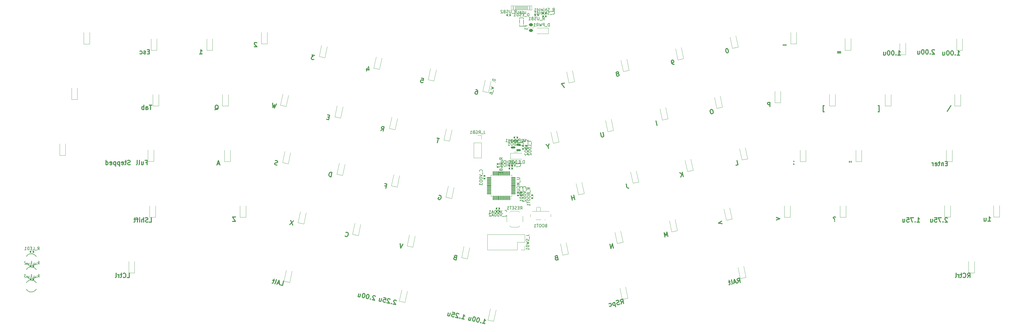
<source format=gbo>
%TF.GenerationSoftware,KiCad,Pcbnew,(6.0.0)*%
%TF.CreationDate,2022-03-08T04:10:16+02:00*%
%TF.ProjectId,Alice_PCB,416c6963-655f-4504-9342-2e6b69636164,rev?*%
%TF.SameCoordinates,Original*%
%TF.FileFunction,Legend,Bot*%
%TF.FilePolarity,Positive*%
%FSLAX46Y46*%
G04 Gerber Fmt 4.6, Leading zero omitted, Abs format (unit mm)*
G04 Created by KiCad (PCBNEW (6.0.0)) date 2022-03-08 04:10:16*
%MOMM*%
%LPD*%
G01*
G04 APERTURE LIST*
G04 Aperture macros list*
%AMRoundRect*
0 Rectangle with rounded corners*
0 $1 Rounding radius*
0 $2 $3 $4 $5 $6 $7 $8 $9 X,Y pos of 4 corners*
0 Add a 4 corners polygon primitive as box body*
4,1,4,$2,$3,$4,$5,$6,$7,$8,$9,$2,$3,0*
0 Add four circle primitives for the rounded corners*
1,1,$1+$1,$2,$3*
1,1,$1+$1,$4,$5*
1,1,$1+$1,$6,$7*
1,1,$1+$1,$8,$9*
0 Add four rect primitives between the rounded corners*
20,1,$1+$1,$2,$3,$4,$5,0*
20,1,$1+$1,$4,$5,$6,$7,0*
20,1,$1+$1,$6,$7,$8,$9,0*
20,1,$1+$1,$8,$9,$2,$3,0*%
%AMRotRect*
0 Rectangle, with rotation*
0 The origin of the aperture is its center*
0 $1 length*
0 $2 width*
0 $3 Rotation angle, in degrees counterclockwise*
0 Add horizontal line*
21,1,$1,$2,0,0,$3*%
G04 Aperture macros list end*
%ADD10C,0.300000*%
%ADD11C,0.150000*%
%ADD12C,0.120000*%
%ADD13C,0.203200*%
%ADD14O,1.905000X2.159000*%
%ADD15R,1.905000X2.159000*%
%ADD16C,1.750000*%
%ADD17C,3.987800*%
%ADD18C,3.048000*%
%ADD19C,2.250000*%
%ADD20RoundRect,0.140000X-0.140000X-0.170000X0.140000X-0.170000X0.140000X0.170000X-0.140000X0.170000X0*%
%ADD21RoundRect,0.150000X0.587500X0.150000X-0.587500X0.150000X-0.587500X-0.150000X0.587500X-0.150000X0*%
%ADD22R,1.200000X0.900000*%
%ADD23RotRect,0.900000X1.200000X102.000000*%
%ADD24RotRect,0.900000X1.200000X78.000000*%
%ADD25RoundRect,0.135000X0.135000X0.185000X-0.135000X0.185000X-0.135000X-0.185000X0.135000X-0.185000X0*%
%ADD26R,1.700000X1.000000*%
%ADD27RoundRect,0.075000X0.075000X-0.662500X0.075000X0.662500X-0.075000X0.662500X-0.075000X-0.662500X0*%
%ADD28RoundRect,0.075000X0.662500X-0.075000X0.662500X0.075000X-0.662500X0.075000X-0.662500X-0.075000X0*%
%ADD29RoundRect,0.135000X-0.185000X0.135000X-0.185000X-0.135000X0.185000X-0.135000X0.185000X0.135000X0*%
%ADD30R,1.000000X0.800000*%
%ADD31C,0.900000*%
%ADD32R,0.700000X1.500000*%
%ADD33RoundRect,0.140000X0.170000X-0.140000X0.170000X0.140000X-0.170000X0.140000X-0.170000X-0.140000X0*%
%ADD34R,0.900000X1.200000*%
%ADD35RoundRect,0.243750X-0.456250X0.243750X-0.456250X-0.243750X0.456250X-0.243750X0.456250X0.243750X0*%
%ADD36RoundRect,0.140000X0.140000X0.170000X-0.140000X0.170000X-0.140000X-0.170000X0.140000X-0.170000X0*%
%ADD37RoundRect,0.135000X0.185000X-0.135000X0.185000X0.135000X-0.185000X0.135000X-0.185000X-0.135000X0*%
%ADD38C,0.750000*%
%ADD39RoundRect,0.050000X-0.300000X-0.725000X0.300000X-0.725000X0.300000X0.725000X-0.300000X0.725000X0*%
%ADD40RoundRect,0.050000X-0.150000X-0.725000X0.150000X-0.725000X0.150000X0.725000X-0.150000X0.725000X0*%
%ADD41O,1.100000X1.700000*%
%ADD42O,1.100000X2.200000*%
%ADD43R,0.700000X1.000000*%
%ADD44R,0.700000X0.600000*%
%ADD45R,1.700000X1.700000*%
%ADD46O,1.700000X1.700000*%
%ADD47RoundRect,0.135000X-0.135000X-0.185000X0.135000X-0.185000X0.135000X0.185000X-0.135000X0.185000X0*%
%ADD48RoundRect,0.140000X-0.170000X0.140000X-0.170000X-0.140000X0.170000X-0.140000X0.170000X0.140000X0*%
G04 APERTURE END LIST*
D10*
X194143208Y-90052523D02*
X193831341Y-88585301D01*
X193565029Y-89737272D01*
X192853193Y-88793213D01*
X193165061Y-90260434D01*
X46358682Y-83423347D02*
X45358682Y-83423347D01*
X46358682Y-84923347D01*
X45358682Y-84923347D01*
X123640617Y-118208031D02*
X124479029Y-118386241D01*
X124059823Y-118297136D02*
X124371690Y-116829915D01*
X124466873Y-117069220D01*
X124576907Y-117238657D01*
X124701791Y-117338226D01*
X123041509Y-117934638D02*
X122956791Y-117989655D01*
X123011807Y-118074374D01*
X123096526Y-118019357D01*
X123041509Y-117934638D01*
X123011807Y-118074374D01*
X122665164Y-116613230D02*
X122610147Y-116528512D01*
X122485263Y-116428942D01*
X122135924Y-116354688D01*
X121981338Y-116394854D01*
X121896620Y-116449871D01*
X121797050Y-116574756D01*
X121767349Y-116714491D01*
X121792664Y-116938945D01*
X122452866Y-117955567D01*
X121544586Y-117762506D01*
X120528968Y-116013119D02*
X121227644Y-116161627D01*
X121149004Y-116875155D01*
X121093987Y-116790437D01*
X120969102Y-116690867D01*
X120619764Y-116616613D01*
X120465178Y-116656779D01*
X120380459Y-116711796D01*
X120280890Y-116836680D01*
X120206636Y-117186019D01*
X120246802Y-117340605D01*
X120301819Y-117425324D01*
X120426703Y-117524893D01*
X120776041Y-117599147D01*
X120930628Y-117558981D01*
X121015346Y-117503964D01*
X119097526Y-116220027D02*
X118889614Y-117198175D01*
X119726335Y-116353684D02*
X119562976Y-117122229D01*
X119463406Y-117247114D01*
X119308820Y-117287280D01*
X119099217Y-117242727D01*
X118974332Y-117143158D01*
X118919316Y-117058439D01*
X130783540Y-119726309D02*
X131621952Y-119904519D01*
X131202746Y-119815414D02*
X131514613Y-118348193D01*
X131609796Y-118587498D01*
X131719830Y-118756935D01*
X131844714Y-118856504D01*
X130184432Y-119452916D02*
X130099714Y-119507933D01*
X130154730Y-119592652D01*
X130239449Y-119537635D01*
X130184432Y-119452916D01*
X130154730Y-119592652D01*
X129488450Y-117917519D02*
X129348715Y-117887817D01*
X129194129Y-117927983D01*
X129109410Y-117983000D01*
X129009841Y-118107884D01*
X128880570Y-118372504D01*
X128806316Y-118721843D01*
X128816780Y-119016164D01*
X128856946Y-119170751D01*
X128911963Y-119255469D01*
X129036847Y-119355038D01*
X129176583Y-119384740D01*
X129331169Y-119344574D01*
X129415888Y-119289557D01*
X129515457Y-119164673D01*
X129644728Y-118900053D01*
X129718982Y-118550714D01*
X129708518Y-118256393D01*
X129668352Y-118101807D01*
X129613335Y-118017088D01*
X129488450Y-117917519D01*
X128091097Y-117620502D02*
X127951361Y-117590800D01*
X127796775Y-117630966D01*
X127712057Y-117685983D01*
X127612487Y-117810868D01*
X127483216Y-118075488D01*
X127408962Y-118424826D01*
X127419426Y-118719148D01*
X127459592Y-118873734D01*
X127514609Y-118958452D01*
X127639494Y-119058022D01*
X127779229Y-119087723D01*
X127933815Y-119047557D01*
X128018534Y-118992541D01*
X128118103Y-118867656D01*
X128247374Y-118603036D01*
X128321628Y-118253698D01*
X128311164Y-117959376D01*
X128270998Y-117804790D01*
X128215981Y-117720071D01*
X128091097Y-117620502D01*
X126240449Y-117738305D02*
X126032537Y-118716453D01*
X126869258Y-117871962D02*
X126705899Y-118640507D01*
X126606329Y-118765392D01*
X126451743Y-118805558D01*
X126242140Y-118761005D01*
X126117255Y-118661436D01*
X126062239Y-118576717D01*
X128584370Y-39828396D02*
X128863841Y-39887799D01*
X128988726Y-39987368D01*
X129043742Y-40072087D01*
X129138925Y-40311392D01*
X129149390Y-40605713D01*
X129030583Y-41164655D01*
X128931014Y-41289539D01*
X128846295Y-41344556D01*
X128691709Y-41384722D01*
X128412238Y-41325319D01*
X128287354Y-41225749D01*
X128232337Y-41141031D01*
X128192171Y-40986445D01*
X128266425Y-40637106D01*
X128365994Y-40512222D01*
X128450713Y-40457205D01*
X128605299Y-40417039D01*
X128884770Y-40476442D01*
X129009654Y-40576012D01*
X129064671Y-40660730D01*
X129104837Y-40815316D01*
X9297950Y-104142428D02*
X10012236Y-104142428D01*
X10012236Y-102642428D01*
X7940807Y-103999571D02*
X8012236Y-104070999D01*
X8226522Y-104142428D01*
X8369379Y-104142428D01*
X8583664Y-104070999D01*
X8726522Y-103928142D01*
X8797950Y-103785285D01*
X8869379Y-103499571D01*
X8869379Y-103285285D01*
X8797950Y-102999571D01*
X8726522Y-102856714D01*
X8583664Y-102713857D01*
X8369379Y-102642428D01*
X8226522Y-102642428D01*
X8012236Y-102713857D01*
X7940807Y-102785285D01*
X7512236Y-103142428D02*
X6940807Y-103142428D01*
X7297950Y-102642428D02*
X7297950Y-103928142D01*
X7226522Y-104070999D01*
X7083664Y-104142428D01*
X6940807Y-104142428D01*
X6440807Y-104142428D02*
X6440807Y-103142428D01*
X6440807Y-103428142D02*
X6369379Y-103285285D01*
X6297950Y-103213857D01*
X6155093Y-103142428D01*
X6012236Y-103142428D01*
X5297950Y-104142428D02*
X5440807Y-104070999D01*
X5512236Y-103928142D01*
X5512236Y-102642428D01*
X214303525Y-25735436D02*
X214163789Y-25765138D01*
X214038905Y-25864707D01*
X213983888Y-25949426D01*
X213943722Y-26104012D01*
X213933257Y-26398334D01*
X214007512Y-26747672D01*
X214136783Y-27012292D01*
X214236352Y-27137176D01*
X214321071Y-27192193D01*
X214475657Y-27232359D01*
X214615392Y-27202658D01*
X214740277Y-27103088D01*
X214795294Y-27018370D01*
X214835460Y-26863784D01*
X214845924Y-26569462D01*
X214771670Y-26220124D01*
X214642399Y-25955504D01*
X214542829Y-25830619D01*
X214458111Y-25775602D01*
X214303525Y-25735436D01*
X16877945Y-26831717D02*
X16377945Y-26831717D01*
X16163659Y-27617431D02*
X16877945Y-27617431D01*
X16877945Y-26117431D01*
X16163659Y-26117431D01*
X15592231Y-27546002D02*
X15449374Y-27617431D01*
X15163659Y-27617431D01*
X15020802Y-27546002D01*
X14949374Y-27403145D01*
X14949374Y-27331717D01*
X15020802Y-27188860D01*
X15163659Y-27117431D01*
X15377945Y-27117431D01*
X15520802Y-27046002D01*
X15592231Y-26903145D01*
X15592231Y-26831717D01*
X15520802Y-26688860D01*
X15377945Y-26617431D01*
X15163659Y-26617431D01*
X15020802Y-26688860D01*
X13663659Y-27546002D02*
X13806516Y-27617431D01*
X14092231Y-27617431D01*
X14235088Y-27546002D01*
X14306516Y-27474574D01*
X14377945Y-27331717D01*
X14377945Y-26903145D01*
X14306516Y-26760288D01*
X14235088Y-26688860D01*
X14092231Y-26617431D01*
X13806516Y-26617431D01*
X13663659Y-26688860D01*
X95995987Y-53845125D02*
X96633569Y-53250404D01*
X96834399Y-54023335D02*
X97146266Y-52556114D01*
X96587325Y-52437307D01*
X96432739Y-52477473D01*
X96348020Y-52532490D01*
X96248451Y-52657374D01*
X96203898Y-52866977D01*
X96244064Y-53021564D01*
X96299081Y-53106282D01*
X96423966Y-53205852D01*
X96982907Y-53324658D01*
X217410402Y-65702208D02*
X218109079Y-65553700D01*
X217797212Y-64086478D01*
X158771034Y-37554505D02*
X157792886Y-37762417D01*
X158733563Y-39095981D01*
X97422157Y-72728457D02*
X97911230Y-72832413D01*
X97747871Y-73600958D02*
X98059739Y-72133736D01*
X97361062Y-71985228D01*
X303589019Y-84821180D02*
X304446161Y-84821180D01*
X304017590Y-84821180D02*
X304017590Y-83321180D01*
X304160447Y-83535466D01*
X304303304Y-83678323D01*
X304446161Y-83749751D01*
X302303304Y-83821180D02*
X302303304Y-84821180D01*
X302946161Y-83821180D02*
X302946161Y-84606894D01*
X302874733Y-84749751D01*
X302731876Y-84821180D01*
X302517590Y-84821180D01*
X302374733Y-84749751D01*
X302303304Y-84678323D01*
X103595480Y-92702357D02*
X102794539Y-94065623D01*
X102617332Y-92494445D01*
X94155566Y-110543572D02*
X94100549Y-110458854D01*
X93975664Y-110359284D01*
X93626326Y-110285030D01*
X93471740Y-110325196D01*
X93387021Y-110380213D01*
X93287452Y-110505098D01*
X93257750Y-110644833D01*
X93283065Y-110869287D01*
X93943268Y-111885909D01*
X93034988Y-111692848D01*
X92435880Y-111419455D02*
X92351162Y-111474472D01*
X92406178Y-111559191D01*
X92490897Y-111504174D01*
X92435880Y-111419455D01*
X92406178Y-111559191D01*
X91739898Y-109884058D02*
X91600163Y-109854356D01*
X91445577Y-109894522D01*
X91360858Y-109949539D01*
X91261289Y-110074423D01*
X91132018Y-110339043D01*
X91057764Y-110688382D01*
X91068228Y-110982703D01*
X91108394Y-111137290D01*
X91163411Y-111222008D01*
X91288295Y-111321577D01*
X91428031Y-111351279D01*
X91582617Y-111311113D01*
X91667336Y-111256096D01*
X91766905Y-111131212D01*
X91896176Y-110866592D01*
X91970430Y-110517253D01*
X91959966Y-110222932D01*
X91919800Y-110068346D01*
X91864783Y-109983627D01*
X91739898Y-109884058D01*
X90342545Y-109587041D02*
X90202809Y-109557339D01*
X90048223Y-109597505D01*
X89963505Y-109652522D01*
X89863935Y-109777407D01*
X89734664Y-110042027D01*
X89660410Y-110391365D01*
X89670874Y-110685687D01*
X89711040Y-110840273D01*
X89766057Y-110924991D01*
X89890942Y-111024561D01*
X90030677Y-111054262D01*
X90185263Y-111014096D01*
X90269982Y-110959080D01*
X90369551Y-110834195D01*
X90498822Y-110569575D01*
X90573076Y-110220237D01*
X90562612Y-109925915D01*
X90522446Y-109771329D01*
X90467429Y-109686610D01*
X90342545Y-109587041D01*
X88491897Y-109704844D02*
X88283985Y-110682992D01*
X89120706Y-109838501D02*
X88957347Y-110607046D01*
X88857777Y-110731931D01*
X88703191Y-110772097D01*
X88493588Y-110727544D01*
X88368703Y-110627975D01*
X88313687Y-110543256D01*
X272769318Y-28001187D02*
X273626461Y-28001187D01*
X273197889Y-28001187D02*
X273197889Y-26501187D01*
X273340746Y-26715473D01*
X273483604Y-26858330D01*
X273626461Y-26929758D01*
X272126461Y-27858330D02*
X272055032Y-27929758D01*
X272126461Y-28001187D01*
X272197889Y-27929758D01*
X272126461Y-27858330D01*
X272126461Y-28001187D01*
X271126461Y-26501187D02*
X270983604Y-26501187D01*
X270840746Y-26572616D01*
X270769318Y-26644044D01*
X270697889Y-26786901D01*
X270626461Y-27072616D01*
X270626461Y-27429758D01*
X270697889Y-27715473D01*
X270769318Y-27858330D01*
X270840746Y-27929758D01*
X270983604Y-28001187D01*
X271126461Y-28001187D01*
X271269318Y-27929758D01*
X271340746Y-27858330D01*
X271412175Y-27715473D01*
X271483604Y-27429758D01*
X271483604Y-27072616D01*
X271412175Y-26786901D01*
X271340746Y-26644044D01*
X271269318Y-26572616D01*
X271126461Y-26501187D01*
X269697889Y-26501187D02*
X269555032Y-26501187D01*
X269412175Y-26572616D01*
X269340746Y-26644044D01*
X269269318Y-26786901D01*
X269197889Y-27072616D01*
X269197889Y-27429758D01*
X269269318Y-27715473D01*
X269340746Y-27858330D01*
X269412175Y-27929758D01*
X269555032Y-28001187D01*
X269697889Y-28001187D01*
X269840746Y-27929758D01*
X269912175Y-27858330D01*
X269983604Y-27715473D01*
X270055032Y-27429758D01*
X270055032Y-27072616D01*
X269983604Y-26786901D01*
X269912175Y-26644044D01*
X269840746Y-26572616D01*
X269697889Y-26501187D01*
X267912175Y-27001187D02*
X267912175Y-28001187D01*
X268555032Y-27001187D02*
X268555032Y-27786901D01*
X268483604Y-27929758D01*
X268340746Y-28001187D01*
X268126461Y-28001187D01*
X267983604Y-27929758D01*
X267912175Y-27858330D01*
X179915093Y-72170454D02*
X180137855Y-73218469D01*
X180252276Y-73413221D01*
X180421713Y-73523255D01*
X180646166Y-73548570D01*
X180785902Y-73518868D01*
X83816388Y-89878638D02*
X83871405Y-89963356D01*
X84066157Y-90077776D01*
X84205893Y-90107478D01*
X84430347Y-90082163D01*
X84599784Y-89972129D01*
X84699353Y-89847245D01*
X84828624Y-89582625D01*
X84873177Y-89373022D01*
X84862712Y-89078700D01*
X84822546Y-88924114D01*
X84712512Y-88754677D01*
X84517760Y-88640257D01*
X84378025Y-88610555D01*
X84153571Y-88635870D01*
X84068852Y-88690887D01*
X101298493Y-112061849D02*
X101243476Y-111977131D01*
X101118591Y-111877561D01*
X100769253Y-111803307D01*
X100614667Y-111843473D01*
X100529948Y-111898490D01*
X100430379Y-112023375D01*
X100400677Y-112163110D01*
X100425992Y-112387564D01*
X101086195Y-113404186D01*
X100177915Y-113211125D01*
X99578807Y-112937732D02*
X99494089Y-112992749D01*
X99549105Y-113077468D01*
X99633824Y-113022451D01*
X99578807Y-112937732D01*
X99549105Y-113077468D01*
X99202462Y-111616324D02*
X99147445Y-111531606D01*
X99022561Y-111432036D01*
X98673222Y-111357782D01*
X98518636Y-111397948D01*
X98433918Y-111452965D01*
X98334348Y-111577850D01*
X98304647Y-111717585D01*
X98329962Y-111942039D01*
X98990164Y-112958661D01*
X98081884Y-112765600D01*
X97066266Y-111016213D02*
X97764942Y-111164721D01*
X97686302Y-111878249D01*
X97631285Y-111793531D01*
X97506400Y-111693961D01*
X97157062Y-111619707D01*
X97002476Y-111659873D01*
X96917757Y-111714890D01*
X96818188Y-111839774D01*
X96743934Y-112189113D01*
X96784100Y-112343699D01*
X96839117Y-112428418D01*
X96964001Y-112527987D01*
X97313339Y-112602241D01*
X97467926Y-112562075D01*
X97552644Y-112507058D01*
X95634824Y-111223121D02*
X95426912Y-112201269D01*
X96263633Y-111356778D02*
X96100274Y-112125323D01*
X96000704Y-112250208D01*
X95846118Y-112290374D01*
X95636515Y-112245821D01*
X95511630Y-112146252D01*
X95456614Y-112061533D01*
X78374180Y-49309212D02*
X77885107Y-49205256D01*
X77512144Y-49929248D02*
X78210821Y-50077756D01*
X78522689Y-48610535D01*
X77824012Y-48462027D01*
X290964382Y-45272078D02*
X289678667Y-47200649D01*
X285311794Y-26281639D02*
X285240365Y-26210211D01*
X285097508Y-26138782D01*
X284740365Y-26138782D01*
X284597508Y-26210211D01*
X284526079Y-26281639D01*
X284454651Y-26424496D01*
X284454651Y-26567353D01*
X284526079Y-26781639D01*
X285383222Y-27638782D01*
X284454651Y-27638782D01*
X283811794Y-27495925D02*
X283740365Y-27567353D01*
X283811794Y-27638782D01*
X283883222Y-27567353D01*
X283811794Y-27495925D01*
X283811794Y-27638782D01*
X282811794Y-26138782D02*
X282668937Y-26138782D01*
X282526079Y-26210211D01*
X282454651Y-26281639D01*
X282383222Y-26424496D01*
X282311794Y-26710211D01*
X282311794Y-27067353D01*
X282383222Y-27353068D01*
X282454651Y-27495925D01*
X282526079Y-27567353D01*
X282668937Y-27638782D01*
X282811794Y-27638782D01*
X282954651Y-27567353D01*
X283026079Y-27495925D01*
X283097508Y-27353068D01*
X283168937Y-27067353D01*
X283168937Y-26710211D01*
X283097508Y-26424496D01*
X283026079Y-26281639D01*
X282954651Y-26210211D01*
X282811794Y-26138782D01*
X281383222Y-26138782D02*
X281240365Y-26138782D01*
X281097508Y-26210211D01*
X281026079Y-26281639D01*
X280954651Y-26424496D01*
X280883222Y-26710211D01*
X280883222Y-27067353D01*
X280954651Y-27353068D01*
X281026079Y-27495925D01*
X281097508Y-27567353D01*
X281240365Y-27638782D01*
X281383222Y-27638782D01*
X281526079Y-27567353D01*
X281597508Y-27495925D01*
X281668937Y-27353068D01*
X281740365Y-27067353D01*
X281740365Y-26710211D01*
X281668937Y-26424496D01*
X281597508Y-26281639D01*
X281526079Y-26210211D01*
X281383222Y-26138782D01*
X279597508Y-26638782D02*
X279597508Y-27638782D01*
X280240365Y-26638782D02*
X280240365Y-27424496D01*
X280168937Y-27567353D01*
X280026079Y-27638782D01*
X279811794Y-27638782D01*
X279668937Y-27567353D01*
X279597508Y-27495925D01*
X162302052Y-77444738D02*
X161990184Y-75977516D01*
X162138692Y-76676193D02*
X161300280Y-76854403D01*
X161463639Y-77622948D02*
X161151772Y-76155726D01*
X293032234Y-28001190D02*
X293889377Y-28001190D01*
X293460805Y-28001190D02*
X293460805Y-26501190D01*
X293603662Y-26715476D01*
X293746520Y-26858333D01*
X293889377Y-26929761D01*
X292389377Y-27858333D02*
X292317948Y-27929761D01*
X292389377Y-28001190D01*
X292460805Y-27929761D01*
X292389377Y-27858333D01*
X292389377Y-28001190D01*
X291389377Y-26501190D02*
X291246520Y-26501190D01*
X291103662Y-26572619D01*
X291032234Y-26644047D01*
X290960805Y-26786904D01*
X290889377Y-27072619D01*
X290889377Y-27429761D01*
X290960805Y-27715476D01*
X291032234Y-27858333D01*
X291103662Y-27929761D01*
X291246520Y-28001190D01*
X291389377Y-28001190D01*
X291532234Y-27929761D01*
X291603662Y-27858333D01*
X291675091Y-27715476D01*
X291746520Y-27429761D01*
X291746520Y-27072619D01*
X291675091Y-26786904D01*
X291603662Y-26644047D01*
X291532234Y-26572619D01*
X291389377Y-26501190D01*
X289960805Y-26501190D02*
X289817948Y-26501190D01*
X289675091Y-26572619D01*
X289603662Y-26644047D01*
X289532234Y-26786904D01*
X289460805Y-27072619D01*
X289460805Y-27429761D01*
X289532234Y-27715476D01*
X289603662Y-27858333D01*
X289675091Y-27929761D01*
X289817948Y-28001190D01*
X289960805Y-28001190D01*
X290103662Y-27929761D01*
X290175091Y-27858333D01*
X290246520Y-27715476D01*
X290317948Y-27429761D01*
X290317948Y-27072619D01*
X290246520Y-26786904D01*
X290175091Y-26644047D01*
X290103662Y-26572619D01*
X289960805Y-26501190D01*
X288175091Y-27001190D02*
X288175091Y-28001190D01*
X288817948Y-27001190D02*
X288817948Y-27786904D01*
X288746520Y-27929761D01*
X288603662Y-28001190D01*
X288389377Y-28001190D01*
X288246520Y-27929761D01*
X288175091Y-27858333D01*
X231272596Y-83527431D02*
X232415453Y-83956002D01*
X231272596Y-84384574D01*
X15644020Y-64731716D02*
X16144020Y-64731716D01*
X16144020Y-65517430D02*
X16144020Y-64017430D01*
X15429734Y-64017430D01*
X14215448Y-64517430D02*
X14215448Y-65517430D01*
X14858305Y-64517430D02*
X14858305Y-65303144D01*
X14786877Y-65446001D01*
X14644020Y-65517430D01*
X14429734Y-65517430D01*
X14286877Y-65446001D01*
X14215448Y-65374573D01*
X13286877Y-65517430D02*
X13429734Y-65446001D01*
X13501162Y-65303144D01*
X13501162Y-64017430D01*
X12501162Y-65517430D02*
X12644020Y-65446001D01*
X12715448Y-65303144D01*
X12715448Y-64017430D01*
X78978397Y-69646503D02*
X79290264Y-68179282D01*
X78940926Y-68105028D01*
X78716472Y-68130343D01*
X78547035Y-68240376D01*
X78447466Y-68365261D01*
X78318195Y-68629881D01*
X78273642Y-68839484D01*
X78284106Y-69133805D01*
X78324272Y-69288392D01*
X78434306Y-69457829D01*
X78629058Y-69572249D01*
X78978397Y-69646503D01*
X178189748Y-113172849D02*
X178530313Y-112370216D01*
X179028160Y-112994639D02*
X178716292Y-111527418D01*
X178157351Y-111646224D01*
X178032466Y-111745794D01*
X177977449Y-111830512D01*
X177937283Y-111985098D01*
X177981836Y-112194702D01*
X178081405Y-112319586D01*
X178166124Y-112374603D01*
X178320710Y-112414769D01*
X178879651Y-112295962D01*
X177615955Y-113221788D02*
X177421203Y-113336208D01*
X177071865Y-113410463D01*
X176917278Y-113370296D01*
X176832560Y-113315280D01*
X176732990Y-113190395D01*
X176703289Y-113050660D01*
X176743455Y-112896074D01*
X176798472Y-112811355D01*
X176923356Y-112711786D01*
X177187976Y-112582515D01*
X177312861Y-112482945D01*
X177367877Y-112398227D01*
X177408044Y-112243641D01*
X177378342Y-112103905D01*
X177278772Y-111979021D01*
X177194054Y-111924004D01*
X177039468Y-111883838D01*
X176690129Y-111958092D01*
X176495377Y-112072512D01*
X175955673Y-112625376D02*
X176267540Y-114092597D01*
X175970524Y-112695243D02*
X175815938Y-112655077D01*
X175536467Y-112714481D01*
X175411582Y-112814050D01*
X175356565Y-112898769D01*
X175316399Y-113053355D01*
X175405504Y-113472561D01*
X175505074Y-113597446D01*
X175589792Y-113652462D01*
X175744379Y-113692628D01*
X176023849Y-113633225D01*
X176148734Y-113533656D01*
X174192439Y-113949479D02*
X174347025Y-113989645D01*
X174626496Y-113930242D01*
X174751380Y-113830672D01*
X174806397Y-113745954D01*
X174846563Y-113591368D01*
X174757458Y-113172162D01*
X174657889Y-113047277D01*
X174573170Y-112992260D01*
X174418584Y-112952094D01*
X174139113Y-113011497D01*
X174014229Y-113111067D01*
X296605451Y-104122433D02*
X297105451Y-103408147D01*
X297462594Y-104122433D02*
X297462594Y-102622433D01*
X296891165Y-102622433D01*
X296748308Y-102693862D01*
X296676880Y-102765290D01*
X296605451Y-102908147D01*
X296605451Y-103122433D01*
X296676880Y-103265290D01*
X296748308Y-103336719D01*
X296891165Y-103408147D01*
X297462594Y-103408147D01*
X295105451Y-103979576D02*
X295176880Y-104051004D01*
X295391165Y-104122433D01*
X295534023Y-104122433D01*
X295748308Y-104051004D01*
X295891165Y-103908147D01*
X295962594Y-103765290D01*
X296034023Y-103479576D01*
X296034023Y-103265290D01*
X295962594Y-102979576D01*
X295891165Y-102836719D01*
X295748308Y-102693862D01*
X295534023Y-102622433D01*
X295391165Y-102622433D01*
X295176880Y-102693862D01*
X295105451Y-102765290D01*
X294676880Y-103122433D02*
X294105451Y-103122433D01*
X294462594Y-102622433D02*
X294462594Y-103908147D01*
X294391165Y-104051004D01*
X294248308Y-104122433D01*
X294105451Y-104122433D01*
X293605451Y-104122433D02*
X293605451Y-103122433D01*
X293605451Y-103408147D02*
X293534023Y-103265290D01*
X293462594Y-103193862D01*
X293319737Y-103122433D01*
X293176880Y-103122433D01*
X292462594Y-104122433D02*
X292605451Y-104051004D01*
X292676880Y-103908147D01*
X292676880Y-102622433D01*
X109930788Y-35862838D02*
X110629465Y-36011346D01*
X110550824Y-36724874D01*
X110495807Y-36640155D01*
X110370922Y-36540586D01*
X110021584Y-36466332D01*
X109866998Y-36506498D01*
X109782279Y-36561515D01*
X109682710Y-36686399D01*
X109608456Y-37035738D01*
X109648622Y-37190324D01*
X109703639Y-37275042D01*
X109828523Y-37374612D01*
X110177862Y-37448866D01*
X110332448Y-37408700D01*
X110417166Y-37353683D01*
X116055479Y-56570265D02*
X115217067Y-56392055D01*
X115324406Y-57948382D02*
X115636273Y-56481160D01*
X247627238Y-47394933D02*
X247270095Y-47394933D01*
X247270095Y-45252076D01*
X247627238Y-45252076D01*
X212502862Y-84808240D02*
X211474084Y-85465060D01*
X212681072Y-85646652D01*
X266005807Y-47414933D02*
X266362950Y-47414933D01*
X266362950Y-45272076D01*
X266005807Y-45272076D01*
X196261289Y-31118827D02*
X195981818Y-31178231D01*
X195827232Y-31138064D01*
X195742514Y-31083048D01*
X195558226Y-30903146D01*
X195428955Y-30638526D01*
X195310148Y-30079585D01*
X195350314Y-29924999D01*
X195405331Y-29840280D01*
X195530216Y-29740711D01*
X195809686Y-29681307D01*
X195964272Y-29721473D01*
X196048991Y-29776490D01*
X196148560Y-29901375D01*
X196222815Y-30250713D01*
X196182649Y-30405299D01*
X196127632Y-30490018D01*
X196002747Y-30589587D01*
X195723276Y-30648991D01*
X195568690Y-30608825D01*
X195483972Y-30553808D01*
X195384402Y-30428923D01*
X66187487Y-84744909D02*
X64897472Y-86004219D01*
X65209339Y-84536997D02*
X65875619Y-86212130D01*
X53589759Y-23804046D02*
X53518330Y-23732618D01*
X53375473Y-23661189D01*
X53018330Y-23661189D01*
X52875473Y-23732618D01*
X52804045Y-23804046D01*
X52732616Y-23946903D01*
X52732616Y-24089760D01*
X52804045Y-24304046D01*
X53661188Y-25161189D01*
X52732616Y-25161189D01*
X39304757Y-46740286D02*
X39447614Y-46668858D01*
X39590471Y-46526000D01*
X39804757Y-46311715D01*
X39947614Y-46240286D01*
X40090471Y-46240286D01*
X40019043Y-46597429D02*
X40161900Y-46526000D01*
X40304757Y-46383143D01*
X40376186Y-46097429D01*
X40376186Y-45597429D01*
X40304757Y-45311715D01*
X40161900Y-45168858D01*
X40019043Y-45097429D01*
X39733328Y-45097429D01*
X39590471Y-45168858D01*
X39447614Y-45311715D01*
X39376186Y-45597429D01*
X39376186Y-46097429D01*
X39447614Y-46383143D01*
X39590471Y-46526000D01*
X39733328Y-46597429D01*
X40019043Y-46597429D01*
X289721879Y-83781534D02*
X289650450Y-83710106D01*
X289507593Y-83638677D01*
X289150450Y-83638677D01*
X289007593Y-83710106D01*
X288936164Y-83781534D01*
X288864736Y-83924391D01*
X288864736Y-84067248D01*
X288936164Y-84281534D01*
X289793307Y-85138677D01*
X288864736Y-85138677D01*
X288221879Y-84995820D02*
X288150450Y-85067248D01*
X288221879Y-85138677D01*
X288293307Y-85067248D01*
X288221879Y-84995820D01*
X288221879Y-85138677D01*
X287650450Y-83638677D02*
X286650450Y-83638677D01*
X287293307Y-85138677D01*
X285364736Y-83638677D02*
X286079022Y-83638677D01*
X286150450Y-84352963D01*
X286079022Y-84281534D01*
X285936164Y-84210106D01*
X285579022Y-84210106D01*
X285436164Y-84281534D01*
X285364736Y-84352963D01*
X285293307Y-84495820D01*
X285293307Y-84852963D01*
X285364736Y-84995820D01*
X285436164Y-85067248D01*
X285579022Y-85138677D01*
X285936164Y-85138677D01*
X286079022Y-85067248D01*
X286150450Y-84995820D01*
X284007593Y-84138677D02*
X284007593Y-85138677D01*
X284650450Y-84138677D02*
X284650450Y-84924391D01*
X284579022Y-85067248D01*
X284436164Y-85138677D01*
X284221879Y-85138677D01*
X284079022Y-85067248D01*
X284007593Y-84995820D01*
X60323378Y-44706650D02*
X59662172Y-46099617D01*
X59605464Y-44992198D01*
X59103231Y-45980810D01*
X59065760Y-44439335D01*
X60504473Y-65603351D02*
X60280019Y-65628666D01*
X59930680Y-65554412D01*
X59805796Y-65454842D01*
X59750779Y-65370124D01*
X59710613Y-65215538D01*
X59740314Y-65075802D01*
X59839884Y-64950918D01*
X59924602Y-64895901D01*
X60079189Y-64855735D01*
X60373510Y-64845271D01*
X60528096Y-64805105D01*
X60612815Y-64750088D01*
X60712384Y-64625203D01*
X60742086Y-64485468D01*
X60701920Y-64330882D01*
X60646903Y-64246163D01*
X60522018Y-64146594D01*
X60172680Y-64072340D01*
X59948226Y-64097655D01*
X177089057Y-34326843D02*
X177213941Y-34227273D01*
X177268958Y-34142555D01*
X177309124Y-33987969D01*
X177294273Y-33918101D01*
X177194704Y-33793216D01*
X177109985Y-33738199D01*
X176955399Y-33698033D01*
X176675929Y-33757437D01*
X176551044Y-33857006D01*
X176496027Y-33941725D01*
X176455861Y-34096311D01*
X176470712Y-34166179D01*
X176570281Y-34291063D01*
X176655000Y-34346080D01*
X176809586Y-34386246D01*
X177089057Y-34326843D01*
X177243643Y-34367009D01*
X177328362Y-34422025D01*
X177427931Y-34546910D01*
X177487334Y-34826381D01*
X177447168Y-34980967D01*
X177392151Y-35065685D01*
X177267267Y-35165255D01*
X176987796Y-35224658D01*
X176833210Y-35184492D01*
X176748491Y-35129475D01*
X176648922Y-35004591D01*
X176589519Y-34725120D01*
X176629685Y-34570534D01*
X176684702Y-34485815D01*
X176809586Y-34386246D01*
X175529630Y-94028094D02*
X175217762Y-92560872D01*
X174691217Y-94206304D01*
X174379350Y-92739082D01*
X40868331Y-65145106D02*
X40154046Y-65145106D01*
X41011189Y-65573677D02*
X40511189Y-64073677D01*
X40011189Y-65573677D01*
X34070123Y-27617433D02*
X34927266Y-27617433D01*
X34498695Y-27617433D02*
X34498695Y-26117433D01*
X34641552Y-26331719D01*
X34784409Y-26474576D01*
X34927266Y-26546004D01*
X190435641Y-52033081D02*
X190123774Y-50565859D01*
X289692234Y-65103667D02*
X289192234Y-65103667D01*
X288977948Y-65889381D02*
X289692234Y-65889381D01*
X289692234Y-64389381D01*
X288977948Y-64389381D01*
X288335091Y-64889381D02*
X288335091Y-65889381D01*
X288335091Y-65032238D02*
X288263662Y-64960810D01*
X288120805Y-64889381D01*
X287906520Y-64889381D01*
X287763662Y-64960810D01*
X287692234Y-65103667D01*
X287692234Y-65889381D01*
X287192234Y-64889381D02*
X286620805Y-64889381D01*
X286977948Y-64389381D02*
X286977948Y-65675095D01*
X286906520Y-65817952D01*
X286763662Y-65889381D01*
X286620805Y-65889381D01*
X285549377Y-65817952D02*
X285692234Y-65889381D01*
X285977948Y-65889381D01*
X286120805Y-65817952D01*
X286192234Y-65675095D01*
X286192234Y-65103667D01*
X286120805Y-64960810D01*
X285977948Y-64889381D01*
X285692234Y-64889381D01*
X285549377Y-64960810D01*
X285477948Y-65103667D01*
X285477948Y-65246524D01*
X286192234Y-65389381D01*
X284835091Y-65889381D02*
X284835091Y-64889381D01*
X284835091Y-65175095D02*
X284763662Y-65032238D01*
X284692234Y-64960810D01*
X284549377Y-64889381D01*
X284406520Y-64889381D01*
X234647953Y-24585287D02*
X233505096Y-24585287D01*
X61707351Y-106657167D02*
X62406028Y-106805676D01*
X62717896Y-105338454D01*
X61377250Y-106148856D02*
X60678573Y-106000348D01*
X61427880Y-106597764D02*
X61250674Y-105026587D01*
X60449733Y-106389852D01*
X59751056Y-106241344D02*
X59905642Y-106201178D01*
X60005212Y-106076293D01*
X60272527Y-104818675D01*
X59609629Y-105188942D02*
X59050688Y-105070135D01*
X59503982Y-104655316D02*
X59236667Y-105912934D01*
X59137098Y-106037819D01*
X58982511Y-106077985D01*
X58842776Y-106048283D01*
X251172954Y-84722070D02*
X251101526Y-84793498D01*
X251172954Y-84864927D01*
X251244383Y-84793498D01*
X251172954Y-84722070D01*
X251172954Y-84864927D01*
X251458668Y-83436356D02*
X251315811Y-83364927D01*
X250958668Y-83364927D01*
X250815811Y-83436356D01*
X250744383Y-83579213D01*
X250744383Y-83722070D01*
X250815811Y-83864927D01*
X250887240Y-83936356D01*
X251030097Y-84007784D01*
X251101526Y-84079213D01*
X251172954Y-84222070D01*
X251172954Y-84293498D01*
X237150098Y-65168504D02*
X237150098Y-65239933D01*
X237221527Y-65382790D01*
X237292955Y-65454219D01*
X237221527Y-64311362D02*
X237150098Y-64382790D01*
X237221527Y-64454219D01*
X237292955Y-64382790D01*
X237221527Y-64311362D01*
X237221527Y-64454219D01*
X256784734Y-64364921D02*
X256784734Y-64650635D01*
X256213305Y-64364921D02*
X256213305Y-64650635D01*
X16814383Y-85147983D02*
X17528668Y-85147983D01*
X17528668Y-83647983D01*
X16385811Y-85076554D02*
X16171526Y-85147983D01*
X15814383Y-85147983D01*
X15671526Y-85076554D01*
X15600097Y-85005126D01*
X15528668Y-84862269D01*
X15528668Y-84719412D01*
X15600097Y-84576554D01*
X15671526Y-84505126D01*
X15814383Y-84433697D01*
X16100097Y-84362269D01*
X16242954Y-84290840D01*
X16314383Y-84219412D01*
X16385811Y-84076554D01*
X16385811Y-83933697D01*
X16314383Y-83790840D01*
X16242954Y-83719412D01*
X16100097Y-83647983D01*
X15742954Y-83647983D01*
X15528668Y-83719412D01*
X14885811Y-85147983D02*
X14885811Y-83647983D01*
X14242954Y-85147983D02*
X14242954Y-84362269D01*
X14314383Y-84219412D01*
X14457240Y-84147983D01*
X14671526Y-84147983D01*
X14814383Y-84219412D01*
X14885811Y-84290840D01*
X13528668Y-85147983D02*
X13528668Y-84147983D01*
X13528668Y-83647983D02*
X13600097Y-83719412D01*
X13528668Y-83790840D01*
X13457240Y-83719412D01*
X13528668Y-83647983D01*
X13528668Y-83790840D01*
X13028668Y-84147983D02*
X12457240Y-84147983D01*
X12814383Y-85147983D02*
X12814383Y-83862269D01*
X12742954Y-83719412D01*
X12600097Y-83647983D01*
X12457240Y-83647983D01*
X12171526Y-84147983D02*
X11600097Y-84147983D01*
X11957240Y-83647983D02*
X11957240Y-84933697D01*
X11885811Y-85076554D01*
X11742954Y-85147983D01*
X11600097Y-85147983D01*
X209113267Y-46565219D02*
X208833797Y-46624623D01*
X208708912Y-46724192D01*
X208598878Y-46893629D01*
X208588414Y-47187951D01*
X208692370Y-47677025D01*
X208821641Y-47941644D01*
X208991078Y-48051678D01*
X209145664Y-48091844D01*
X209425135Y-48032441D01*
X209550019Y-47932871D01*
X209660053Y-47763434D01*
X209670517Y-47469113D01*
X209566562Y-46980039D01*
X209437291Y-46715419D01*
X209267853Y-46605385D01*
X209113267Y-46565219D01*
X171994757Y-54443266D02*
X172247221Y-55631017D01*
X172207055Y-55785603D01*
X172152038Y-55870321D01*
X172027154Y-55969891D01*
X171747683Y-56029294D01*
X171593097Y-55989128D01*
X171508378Y-55934111D01*
X171408809Y-55809227D01*
X171156345Y-54621476D01*
X229061876Y-45654930D02*
X229061876Y-44154930D01*
X228490447Y-44154930D01*
X228347590Y-44226359D01*
X228276161Y-44297787D01*
X228204733Y-44440644D01*
X228204733Y-44654930D01*
X228276161Y-44797787D01*
X228347590Y-44869216D01*
X228490447Y-44940644D01*
X229061876Y-44940644D01*
X155967986Y-97367648D02*
X155773233Y-97482068D01*
X155718217Y-97566787D01*
X155678051Y-97721373D01*
X155722603Y-97930976D01*
X155822172Y-98055861D01*
X155906891Y-98110878D01*
X156061477Y-98151044D01*
X156620419Y-98032237D01*
X156308551Y-96565016D01*
X155819477Y-96668971D01*
X155694593Y-96768541D01*
X155639576Y-96853259D01*
X155599410Y-97007845D01*
X155629112Y-97147581D01*
X155728681Y-97272465D01*
X155813400Y-97327482D01*
X155967986Y-97367648D01*
X156457060Y-97263692D01*
X17717234Y-45107422D02*
X16860091Y-45107422D01*
X17288662Y-46607422D02*
X17288662Y-45107422D01*
X15717234Y-46607422D02*
X15717234Y-45821708D01*
X15788662Y-45678851D01*
X15931520Y-45607422D01*
X16217234Y-45607422D01*
X16360091Y-45678851D01*
X15717234Y-46535993D02*
X15860091Y-46607422D01*
X16217234Y-46607422D01*
X16360091Y-46535993D01*
X16431520Y-46393136D01*
X16431520Y-46250279D01*
X16360091Y-46107422D01*
X16217234Y-46035993D01*
X15860091Y-46035993D01*
X15717234Y-45964565D01*
X15002948Y-46607422D02*
X15002948Y-45107422D01*
X15002948Y-45678851D02*
X14860091Y-45607422D01*
X14574377Y-45607422D01*
X14431519Y-45678851D01*
X14360091Y-45750279D01*
X14288662Y-45893136D01*
X14288662Y-46321708D01*
X14360091Y-46464565D01*
X14431519Y-46535993D01*
X14574377Y-46607422D01*
X14860091Y-46607422D01*
X15002948Y-46535993D01*
X199374536Y-69550731D02*
X199062668Y-68083510D01*
X198536123Y-69728941D02*
X198986723Y-68756871D01*
X198224256Y-68261720D02*
X199240878Y-68921922D01*
X153163580Y-59264098D02*
X153312088Y-59962775D01*
X153489295Y-58391597D02*
X153163580Y-59264098D01*
X152511147Y-58599509D01*
X115924854Y-75993234D02*
X116079440Y-75953068D01*
X116289043Y-75997621D01*
X116483795Y-76112041D01*
X116593829Y-76281478D01*
X116633995Y-76436064D01*
X116644460Y-76730386D01*
X116599907Y-76939989D01*
X116470636Y-77204609D01*
X116371067Y-77329493D01*
X116201630Y-77439527D01*
X115977176Y-77464842D01*
X115837440Y-77435140D01*
X115642688Y-77320720D01*
X115587671Y-77236002D01*
X115691627Y-76746928D01*
X115971098Y-76806331D01*
X10317595Y-65446007D02*
X10103309Y-65517436D01*
X9746166Y-65517436D01*
X9603309Y-65446007D01*
X9531881Y-65374579D01*
X9460452Y-65231722D01*
X9460452Y-65088865D01*
X9531881Y-64946007D01*
X9603309Y-64874579D01*
X9746166Y-64803150D01*
X10031881Y-64731722D01*
X10174738Y-64660293D01*
X10246166Y-64588865D01*
X10317595Y-64446007D01*
X10317595Y-64303150D01*
X10246166Y-64160293D01*
X10174738Y-64088865D01*
X10031881Y-64017436D01*
X9674738Y-64017436D01*
X9460452Y-64088865D01*
X9031881Y-64517436D02*
X8460452Y-64517436D01*
X8817595Y-64017436D02*
X8817595Y-65303150D01*
X8746166Y-65446007D01*
X8603309Y-65517436D01*
X8460452Y-65517436D01*
X7389023Y-65446007D02*
X7531881Y-65517436D01*
X7817595Y-65517436D01*
X7960452Y-65446007D01*
X8031881Y-65303150D01*
X8031881Y-64731722D01*
X7960452Y-64588865D01*
X7817595Y-64517436D01*
X7531881Y-64517436D01*
X7389023Y-64588865D01*
X7317595Y-64731722D01*
X7317595Y-64874579D01*
X8031881Y-65017436D01*
X6674738Y-64517436D02*
X6674738Y-66017436D01*
X6674738Y-64588865D02*
X6531881Y-64517436D01*
X6246166Y-64517436D01*
X6103309Y-64588865D01*
X6031881Y-64660293D01*
X5960452Y-64803150D01*
X5960452Y-65231722D01*
X6031881Y-65374579D01*
X6103309Y-65446007D01*
X6246166Y-65517436D01*
X6531881Y-65517436D01*
X6674738Y-65446007D01*
X5317595Y-64517436D02*
X5317595Y-66017436D01*
X5317595Y-64588865D02*
X5174738Y-64517436D01*
X4889023Y-64517436D01*
X4746166Y-64588865D01*
X4674738Y-64660293D01*
X4603309Y-64803150D01*
X4603309Y-65231722D01*
X4674738Y-65374579D01*
X4746166Y-65446007D01*
X4889023Y-65517436D01*
X5174738Y-65517436D01*
X5317595Y-65446007D01*
X3389023Y-65446007D02*
X3531881Y-65517436D01*
X3817595Y-65517436D01*
X3960452Y-65446007D01*
X4031881Y-65303150D01*
X4031881Y-64731722D01*
X3960452Y-64588865D01*
X3817595Y-64517436D01*
X3531881Y-64517436D01*
X3389023Y-64588865D01*
X3317595Y-64731722D01*
X3317595Y-64874579D01*
X4031881Y-65017436D01*
X2031881Y-65517436D02*
X2031881Y-64017436D01*
X2031881Y-65446007D02*
X2174738Y-65517436D01*
X2460452Y-65517436D01*
X2603309Y-65446007D01*
X2674738Y-65374579D01*
X2746166Y-65231722D01*
X2746166Y-64803150D01*
X2674738Y-64660293D01*
X2603309Y-64588865D01*
X2460452Y-64517436D01*
X2174738Y-64517436D01*
X2031881Y-64588865D01*
X279339735Y-85138677D02*
X280196878Y-85138677D01*
X279768306Y-85138677D02*
X279768306Y-83638677D01*
X279911163Y-83852963D01*
X280054021Y-83995820D01*
X280196878Y-84067248D01*
X278696878Y-84995820D02*
X278625449Y-85067248D01*
X278696878Y-85138677D01*
X278768306Y-85067248D01*
X278696878Y-84995820D01*
X278696878Y-85138677D01*
X278125449Y-83638677D02*
X277125449Y-83638677D01*
X277768306Y-85138677D01*
X275839735Y-83638677D02*
X276554021Y-83638677D01*
X276625449Y-84352963D01*
X276554021Y-84281534D01*
X276411163Y-84210106D01*
X276054021Y-84210106D01*
X275911163Y-84281534D01*
X275839735Y-84352963D01*
X275768306Y-84495820D01*
X275768306Y-84852963D01*
X275839735Y-84995820D01*
X275911163Y-85067248D01*
X276054021Y-85138677D01*
X276411163Y-85138677D01*
X276554021Y-85067248D01*
X276625449Y-84995820D01*
X274482592Y-84138677D02*
X274482592Y-85138677D01*
X275125449Y-84138677D02*
X275125449Y-84924391D01*
X275054021Y-85067248D01*
X274911163Y-85138677D01*
X274696878Y-85138677D01*
X274554021Y-85067248D01*
X274482592Y-84995820D01*
X73381225Y-28093596D02*
X72472945Y-27900535D01*
X72843212Y-28563432D01*
X72633609Y-28518880D01*
X72479023Y-28559046D01*
X72394304Y-28614063D01*
X72294735Y-28738947D01*
X72220481Y-29088286D01*
X72260647Y-29242872D01*
X72315664Y-29327590D01*
X72440548Y-29427160D01*
X72859754Y-29516265D01*
X73014341Y-29476099D01*
X73099059Y-29421082D01*
X218077886Y-105982348D02*
X218418451Y-105179715D01*
X218916298Y-105804138D02*
X218604431Y-104336916D01*
X218045489Y-104455723D01*
X217920605Y-104555292D01*
X217865588Y-104640011D01*
X217825422Y-104794597D01*
X217869974Y-105004200D01*
X217969544Y-105129085D01*
X218054262Y-105184102D01*
X218208848Y-105224268D01*
X218767790Y-105105461D01*
X217429840Y-105681948D02*
X216731163Y-105830457D01*
X217658680Y-106071453D02*
X216857739Y-104708187D01*
X216680532Y-106279365D01*
X215981855Y-106427873D02*
X216106740Y-106328304D01*
X216146906Y-106173717D01*
X215879591Y-104916099D01*
X215424605Y-105523979D02*
X214865664Y-105642786D01*
X215111046Y-105079458D02*
X215378361Y-106337076D01*
X215338195Y-106491663D01*
X215213311Y-106591232D01*
X215073576Y-106620934D01*
X121406808Y-97215526D02*
X121182354Y-97240841D01*
X121097636Y-97295858D01*
X120998066Y-97420742D01*
X120953514Y-97630345D01*
X120993680Y-97784932D01*
X121048697Y-97869650D01*
X121173581Y-97969219D01*
X121732523Y-98088026D01*
X122044390Y-96620805D01*
X121555317Y-96516849D01*
X121400730Y-96557015D01*
X121316012Y-96612032D01*
X121216442Y-96736916D01*
X121186741Y-96876652D01*
X121226907Y-97031238D01*
X121281924Y-97115956D01*
X121406808Y-97215526D01*
X121895882Y-97319482D01*
X91372989Y-32426040D02*
X91165077Y-33404187D01*
X91841134Y-31941352D02*
X91967710Y-33063622D01*
X91059430Y-32870561D01*
X253280453Y-26831718D02*
X252137596Y-26831718D01*
X252137596Y-27260289D02*
X253280453Y-27260289D01*
D11*
%TO.C,C_VDDA1*%
X138460777Y-81989757D02*
X138508396Y-82037376D01*
X138651254Y-82084995D01*
X138746492Y-82084995D01*
X138889349Y-82037376D01*
X138984587Y-81942138D01*
X139032206Y-81846900D01*
X139079825Y-81656424D01*
X139079825Y-81513567D01*
X139032206Y-81323091D01*
X138984587Y-81227853D01*
X138889349Y-81132615D01*
X138746492Y-81084995D01*
X138651254Y-81084995D01*
X138508396Y-81132615D01*
X138460777Y-81180234D01*
X138270301Y-82180234D02*
X137508396Y-82180234D01*
X137413158Y-81084995D02*
X137079825Y-82084995D01*
X136746492Y-81084995D01*
X136413158Y-82084995D02*
X136413158Y-81084995D01*
X136175063Y-81084995D01*
X136032206Y-81132615D01*
X135936968Y-81227853D01*
X135889349Y-81323091D01*
X135841730Y-81513567D01*
X135841730Y-81656424D01*
X135889349Y-81846900D01*
X135936968Y-81942138D01*
X136032206Y-82037376D01*
X136175063Y-82084995D01*
X136413158Y-82084995D01*
X135413158Y-82084995D02*
X135413158Y-81084995D01*
X135175063Y-81084995D01*
X135032206Y-81132615D01*
X134936968Y-81227853D01*
X134889349Y-81323091D01*
X134841730Y-81513567D01*
X134841730Y-81656424D01*
X134889349Y-81846900D01*
X134936968Y-81942138D01*
X135032206Y-82037376D01*
X135175063Y-82084995D01*
X135413158Y-82084995D01*
X134460777Y-81799281D02*
X133984587Y-81799281D01*
X134556016Y-82084995D02*
X134222682Y-81084995D01*
X133889349Y-82084995D01*
X133032206Y-82084995D02*
X133603635Y-82084995D01*
X133317920Y-82084995D02*
X133317920Y-81084995D01*
X133413158Y-81227853D01*
X133508396Y-81323091D01*
X133603635Y-81370710D01*
%TO.C,U_Power1*%
X145503154Y-56644999D02*
X145503154Y-57454523D01*
X145455535Y-57549761D01*
X145407916Y-57597380D01*
X145312678Y-57644999D01*
X145122202Y-57644999D01*
X145026964Y-57597380D01*
X144979345Y-57549761D01*
X144931726Y-57454523D01*
X144931726Y-56644999D01*
X144693631Y-57740238D02*
X143931726Y-57740238D01*
X143693631Y-57644999D02*
X143693631Y-56644999D01*
X143312678Y-56644999D01*
X143217440Y-56692619D01*
X143169821Y-56740238D01*
X143122202Y-56835476D01*
X143122202Y-56978333D01*
X143169821Y-57073571D01*
X143217440Y-57121190D01*
X143312678Y-57168809D01*
X143693631Y-57168809D01*
X142550773Y-57644999D02*
X142646012Y-57597380D01*
X142693631Y-57549761D01*
X142741250Y-57454523D01*
X142741250Y-57168809D01*
X142693631Y-57073571D01*
X142646012Y-57025952D01*
X142550773Y-56978333D01*
X142407916Y-56978333D01*
X142312678Y-57025952D01*
X142265059Y-57073571D01*
X142217440Y-57168809D01*
X142217440Y-57454523D01*
X142265059Y-57549761D01*
X142312678Y-57597380D01*
X142407916Y-57644999D01*
X142550773Y-57644999D01*
X141884107Y-56978333D02*
X141693631Y-57644999D01*
X141503154Y-57168809D01*
X141312678Y-57644999D01*
X141122202Y-56978333D01*
X140360297Y-57597380D02*
X140455535Y-57644999D01*
X140646012Y-57644999D01*
X140741250Y-57597380D01*
X140788869Y-57502142D01*
X140788869Y-57121190D01*
X140741250Y-57025952D01*
X140646012Y-56978333D01*
X140455535Y-56978333D01*
X140360297Y-57025952D01*
X140312678Y-57121190D01*
X140312678Y-57216428D01*
X140788869Y-57311666D01*
X139884107Y-57644999D02*
X139884107Y-56978333D01*
X139884107Y-57168809D02*
X139836488Y-57073571D01*
X139788869Y-57025952D01*
X139693631Y-56978333D01*
X139598392Y-56978333D01*
X138741250Y-57644999D02*
X139312678Y-57644999D01*
X139026964Y-57644999D02*
X139026964Y-56644999D01*
X139122202Y-56787857D01*
X139217440Y-56883095D01*
X139312678Y-56930714D01*
%TO.C,C_VDDA2*%
X138460768Y-83069759D02*
X138508387Y-83117378D01*
X138651245Y-83164997D01*
X138746483Y-83164997D01*
X138889340Y-83117378D01*
X138984578Y-83022140D01*
X139032197Y-82926902D01*
X139079816Y-82736426D01*
X139079816Y-82593569D01*
X139032197Y-82403093D01*
X138984578Y-82307855D01*
X138889340Y-82212617D01*
X138746483Y-82164997D01*
X138651245Y-82164997D01*
X138508387Y-82212617D01*
X138460768Y-82260236D01*
X138270292Y-83260236D02*
X137508387Y-83260236D01*
X137413149Y-82164997D02*
X137079816Y-83164997D01*
X136746483Y-82164997D01*
X136413149Y-83164997D02*
X136413149Y-82164997D01*
X136175054Y-82164997D01*
X136032197Y-82212617D01*
X135936959Y-82307855D01*
X135889340Y-82403093D01*
X135841721Y-82593569D01*
X135841721Y-82736426D01*
X135889340Y-82926902D01*
X135936959Y-83022140D01*
X136032197Y-83117378D01*
X136175054Y-83164997D01*
X136413149Y-83164997D01*
X135413149Y-83164997D02*
X135413149Y-82164997D01*
X135175054Y-82164997D01*
X135032197Y-82212617D01*
X134936959Y-82307855D01*
X134889340Y-82403093D01*
X134841721Y-82593569D01*
X134841721Y-82736426D01*
X134889340Y-82926902D01*
X134936959Y-83022140D01*
X135032197Y-83117378D01*
X135175054Y-83164997D01*
X135413149Y-83164997D01*
X134460768Y-82879283D02*
X133984578Y-82879283D01*
X134556007Y-83164997D02*
X134222673Y-82164997D01*
X133889340Y-83164997D01*
X133603626Y-82260236D02*
X133556007Y-82212617D01*
X133460768Y-82164997D01*
X133222673Y-82164997D01*
X133127435Y-82212617D01*
X133079816Y-82260236D01*
X133032197Y-82355474D01*
X133032197Y-82450712D01*
X133079816Y-82593569D01*
X133651245Y-83164997D01*
X133032197Y-83164997D01*
%TO.C,R_LED2*%
X-21344311Y-99546348D02*
X-21010977Y-99070158D01*
X-20772882Y-99546348D02*
X-20772882Y-98546348D01*
X-21153834Y-98546348D01*
X-21249073Y-98593968D01*
X-21296692Y-98641587D01*
X-21344311Y-98736825D01*
X-21344311Y-98879682D01*
X-21296692Y-98974920D01*
X-21249073Y-99022539D01*
X-21153834Y-99070158D01*
X-20772882Y-99070158D01*
X-21534787Y-99641587D02*
X-22296692Y-99641587D01*
X-23010977Y-99546348D02*
X-22534787Y-99546348D01*
X-22534787Y-98546348D01*
X-23344311Y-99022539D02*
X-23677644Y-99022539D01*
X-23820501Y-99546348D02*
X-23344311Y-99546348D01*
X-23344311Y-98546348D01*
X-23820501Y-98546348D01*
X-24249073Y-99546348D02*
X-24249073Y-98546348D01*
X-24487168Y-98546348D01*
X-24630025Y-98593968D01*
X-24725263Y-98689206D01*
X-24772882Y-98784444D01*
X-24820501Y-98974920D01*
X-24820501Y-99117777D01*
X-24772882Y-99308253D01*
X-24725263Y-99403491D01*
X-24630025Y-99498729D01*
X-24487168Y-99546348D01*
X-24249073Y-99546348D01*
X-25201453Y-98641587D02*
X-25249073Y-98593968D01*
X-25344311Y-98546348D01*
X-25582406Y-98546348D01*
X-25677644Y-98593968D01*
X-25725263Y-98641587D01*
X-25772882Y-98736825D01*
X-25772882Y-98832063D01*
X-25725263Y-98974920D01*
X-25153834Y-99546348D01*
X-25772882Y-99546348D01*
%TO.C,R_Shield1*%
X154788063Y-12916356D02*
X155121397Y-12440166D01*
X155359492Y-12916356D02*
X155359492Y-11916356D01*
X154978540Y-11916356D01*
X154883301Y-11963976D01*
X154835682Y-12011595D01*
X154788063Y-12106833D01*
X154788063Y-12249690D01*
X154835682Y-12344928D01*
X154883301Y-12392547D01*
X154978540Y-12440166D01*
X155359492Y-12440166D01*
X154597587Y-13011595D02*
X153835682Y-13011595D01*
X153645206Y-12868737D02*
X153502349Y-12916356D01*
X153264254Y-12916356D01*
X153169016Y-12868737D01*
X153121397Y-12821118D01*
X153073778Y-12725880D01*
X153073778Y-12630642D01*
X153121397Y-12535404D01*
X153169016Y-12487785D01*
X153264254Y-12440166D01*
X153454730Y-12392547D01*
X153549968Y-12344928D01*
X153597587Y-12297309D01*
X153645206Y-12202071D01*
X153645206Y-12106833D01*
X153597587Y-12011595D01*
X153549968Y-11963976D01*
X153454730Y-11916356D01*
X153216635Y-11916356D01*
X153073778Y-11963976D01*
X152645206Y-12916356D02*
X152645206Y-11916356D01*
X152216635Y-12916356D02*
X152216635Y-12392547D01*
X152264254Y-12297309D01*
X152359492Y-12249690D01*
X152502349Y-12249690D01*
X152597587Y-12297309D01*
X152645206Y-12344928D01*
X151740444Y-12916356D02*
X151740444Y-12249690D01*
X151740444Y-11916356D02*
X151788063Y-11963976D01*
X151740444Y-12011595D01*
X151692825Y-11963976D01*
X151740444Y-11916356D01*
X151740444Y-12011595D01*
X150883301Y-12868737D02*
X150978540Y-12916356D01*
X151169016Y-12916356D01*
X151264254Y-12868737D01*
X151311873Y-12773499D01*
X151311873Y-12392547D01*
X151264254Y-12297309D01*
X151169016Y-12249690D01*
X150978540Y-12249690D01*
X150883301Y-12297309D01*
X150835682Y-12392547D01*
X150835682Y-12487785D01*
X151311873Y-12583023D01*
X150264254Y-12916356D02*
X150359492Y-12868737D01*
X150407111Y-12773499D01*
X150407111Y-11916356D01*
X149454730Y-12916356D02*
X149454730Y-11916356D01*
X149454730Y-12868737D02*
X149549968Y-12916356D01*
X149740444Y-12916356D01*
X149835682Y-12868737D01*
X149883301Y-12821118D01*
X149930921Y-12725880D01*
X149930921Y-12440166D01*
X149883301Y-12344928D01*
X149835682Y-12297309D01*
X149740444Y-12249690D01*
X149549968Y-12249690D01*
X149454730Y-12297309D01*
X148454730Y-12916356D02*
X149026159Y-12916356D01*
X148740444Y-12916356D02*
X148740444Y-11916356D01*
X148835682Y-12059214D01*
X148930921Y-12154452D01*
X149026159Y-12202071D01*
%TO.C,RESET1*%
X143694585Y-80785001D02*
X144027918Y-80308811D01*
X144266014Y-80785001D02*
X144266014Y-79785001D01*
X143885061Y-79785001D01*
X143789823Y-79832621D01*
X143742204Y-79880240D01*
X143694585Y-79975478D01*
X143694585Y-80118335D01*
X143742204Y-80213573D01*
X143789823Y-80261192D01*
X143885061Y-80308811D01*
X144266014Y-80308811D01*
X143266014Y-80261192D02*
X142932680Y-80261192D01*
X142789823Y-80785001D02*
X143266014Y-80785001D01*
X143266014Y-79785001D01*
X142789823Y-79785001D01*
X142408871Y-80737382D02*
X142266014Y-80785001D01*
X142027918Y-80785001D01*
X141932680Y-80737382D01*
X141885061Y-80689763D01*
X141837442Y-80594525D01*
X141837442Y-80499287D01*
X141885061Y-80404049D01*
X141932680Y-80356430D01*
X142027918Y-80308811D01*
X142218394Y-80261192D01*
X142313633Y-80213573D01*
X142361252Y-80165954D01*
X142408871Y-80070716D01*
X142408871Y-79975478D01*
X142361252Y-79880240D01*
X142313633Y-79832621D01*
X142218394Y-79785001D01*
X141980299Y-79785001D01*
X141837442Y-79832621D01*
X141408871Y-80261192D02*
X141075537Y-80261192D01*
X140932680Y-80785001D02*
X141408871Y-80785001D01*
X141408871Y-79785001D01*
X140932680Y-79785001D01*
X140646966Y-79785001D02*
X140075537Y-79785001D01*
X140361252Y-80785001D02*
X140361252Y-79785001D01*
X139218394Y-80785001D02*
X139789823Y-80785001D01*
X139504109Y-80785001D02*
X139504109Y-79785001D01*
X139599347Y-79927859D01*
X139694585Y-80023097D01*
X139789823Y-80070716D01*
%TO.C,U_MCU1*%
X142508392Y-69944518D02*
X143317916Y-69944518D01*
X143413154Y-69992137D01*
X143460773Y-70039756D01*
X143508392Y-70134994D01*
X143508392Y-70325471D01*
X143460773Y-70420709D01*
X143413154Y-70468328D01*
X143317916Y-70515947D01*
X142508392Y-70515947D01*
X143603631Y-70754042D02*
X143603631Y-71515947D01*
X143508392Y-71754042D02*
X142508392Y-71754042D01*
X143222678Y-72087375D01*
X142508392Y-72420709D01*
X143508392Y-72420709D01*
X143413154Y-73468328D02*
X143460773Y-73420709D01*
X143508392Y-73277852D01*
X143508392Y-73182614D01*
X143460773Y-73039756D01*
X143365535Y-72944518D01*
X143270297Y-72896899D01*
X143079821Y-72849280D01*
X142936964Y-72849280D01*
X142746488Y-72896899D01*
X142651250Y-72944518D01*
X142556012Y-73039756D01*
X142508392Y-73182614D01*
X142508392Y-73277852D01*
X142556012Y-73420709D01*
X142603631Y-73468328D01*
X142508392Y-73896899D02*
X143317916Y-73896899D01*
X143413154Y-73944518D01*
X143460773Y-73992137D01*
X143508392Y-74087375D01*
X143508392Y-74277852D01*
X143460773Y-74373090D01*
X143413154Y-74420709D01*
X143317916Y-74468328D01*
X142508392Y-74468328D01*
X143508392Y-75468328D02*
X143508392Y-74896899D01*
X143508392Y-75182614D02*
X142508392Y-75182614D01*
X142651250Y-75087375D01*
X142746488Y-74992137D01*
X142794107Y-74896899D01*
%TO.C,R_BOOT1*%
X147008397Y-73936426D02*
X146532207Y-73603093D01*
X147008397Y-73364997D02*
X146008397Y-73364997D01*
X146008397Y-73745950D01*
X146056017Y-73841188D01*
X146103636Y-73888807D01*
X146198874Y-73936426D01*
X146341731Y-73936426D01*
X146436969Y-73888807D01*
X146484588Y-73841188D01*
X146532207Y-73745950D01*
X146532207Y-73364997D01*
X147103636Y-74126902D02*
X147103636Y-74888807D01*
X146484588Y-75460236D02*
X146532207Y-75603093D01*
X146579826Y-75650712D01*
X146675064Y-75698331D01*
X146817921Y-75698331D01*
X146913159Y-75650712D01*
X146960778Y-75603093D01*
X147008397Y-75507855D01*
X147008397Y-75126902D01*
X146008397Y-75126902D01*
X146008397Y-75460236D01*
X146056017Y-75555474D01*
X146103636Y-75603093D01*
X146198874Y-75650712D01*
X146294112Y-75650712D01*
X146389350Y-75603093D01*
X146436969Y-75555474D01*
X146484588Y-75460236D01*
X146484588Y-75126902D01*
X146008397Y-76317378D02*
X146008397Y-76507855D01*
X146056017Y-76603093D01*
X146151255Y-76698331D01*
X146341731Y-76745950D01*
X146675064Y-76745950D01*
X146865540Y-76698331D01*
X146960778Y-76603093D01*
X147008397Y-76507855D01*
X147008397Y-76317378D01*
X146960778Y-76222140D01*
X146865540Y-76126902D01*
X146675064Y-76079283D01*
X146341731Y-76079283D01*
X146151255Y-76126902D01*
X146056017Y-76222140D01*
X146008397Y-76317378D01*
X146008397Y-77364997D02*
X146008397Y-77555474D01*
X146056017Y-77650712D01*
X146151255Y-77745950D01*
X146341731Y-77793569D01*
X146675064Y-77793569D01*
X146865540Y-77745950D01*
X146960778Y-77650712D01*
X147008397Y-77555474D01*
X147008397Y-77364997D01*
X146960778Y-77269759D01*
X146865540Y-77174521D01*
X146675064Y-77126902D01*
X146341731Y-77126902D01*
X146151255Y-77174521D01*
X146056017Y-77269759D01*
X146008397Y-77364997D01*
X146008397Y-78079283D02*
X146008397Y-78650712D01*
X147008397Y-78364997D02*
X146008397Y-78364997D01*
X147008397Y-79507855D02*
X147008397Y-78936426D01*
X147008397Y-79222140D02*
X146008397Y-79222140D01*
X146151255Y-79126902D01*
X146246493Y-79031664D01*
X146294112Y-78936426D01*
%TO.C,BOOT1*%
X152469346Y-86326184D02*
X152326489Y-86373803D01*
X152278870Y-86421422D01*
X152231251Y-86516660D01*
X152231251Y-86659517D01*
X152278870Y-86754755D01*
X152326489Y-86802374D01*
X152421727Y-86849993D01*
X152802679Y-86849993D01*
X152802679Y-85849993D01*
X152469346Y-85849993D01*
X152374108Y-85897613D01*
X152326489Y-85945232D01*
X152278870Y-86040470D01*
X152278870Y-86135708D01*
X152326489Y-86230946D01*
X152374108Y-86278565D01*
X152469346Y-86326184D01*
X152802679Y-86326184D01*
X151612203Y-85849993D02*
X151421727Y-85849993D01*
X151326489Y-85897613D01*
X151231251Y-85992851D01*
X151183632Y-86183327D01*
X151183632Y-86516660D01*
X151231251Y-86707136D01*
X151326489Y-86802374D01*
X151421727Y-86849993D01*
X151612203Y-86849993D01*
X151707441Y-86802374D01*
X151802679Y-86707136D01*
X151850298Y-86516660D01*
X151850298Y-86183327D01*
X151802679Y-85992851D01*
X151707441Y-85897613D01*
X151612203Y-85849993D01*
X150564584Y-85849993D02*
X150374108Y-85849993D01*
X150278870Y-85897613D01*
X150183632Y-85992851D01*
X150136013Y-86183327D01*
X150136013Y-86516660D01*
X150183632Y-86707136D01*
X150278870Y-86802374D01*
X150374108Y-86849993D01*
X150564584Y-86849993D01*
X150659822Y-86802374D01*
X150755060Y-86707136D01*
X150802679Y-86516660D01*
X150802679Y-86183327D01*
X150755060Y-85992851D01*
X150659822Y-85897613D01*
X150564584Y-85849993D01*
X149850298Y-85849993D02*
X149278870Y-85849993D01*
X149564584Y-86849993D02*
X149564584Y-85849993D01*
X148421727Y-86849993D02*
X148993155Y-86849993D01*
X148707441Y-86849993D02*
X148707441Y-85849993D01*
X148802679Y-85992851D01*
X148897917Y-86088089D01*
X148993155Y-86135708D01*
%TO.C,C_VDD2*%
X145513154Y-73556426D02*
X145560773Y-73508807D01*
X145608392Y-73365950D01*
X145608392Y-73270712D01*
X145560773Y-73127855D01*
X145465535Y-73032617D01*
X145370297Y-72984997D01*
X145179821Y-72937378D01*
X145036964Y-72937378D01*
X144846488Y-72984997D01*
X144751250Y-73032617D01*
X144656012Y-73127855D01*
X144608392Y-73270712D01*
X144608392Y-73365950D01*
X144656012Y-73508807D01*
X144703631Y-73556426D01*
X145703631Y-73746902D02*
X145703631Y-74508807D01*
X144608392Y-74604045D02*
X145608392Y-74937378D01*
X144608392Y-75270712D01*
X145608392Y-75604045D02*
X144608392Y-75604045D01*
X144608392Y-75842140D01*
X144656012Y-75984997D01*
X144751250Y-76080236D01*
X144846488Y-76127855D01*
X145036964Y-76175474D01*
X145179821Y-76175474D01*
X145370297Y-76127855D01*
X145465535Y-76080236D01*
X145560773Y-75984997D01*
X145608392Y-75842140D01*
X145608392Y-75604045D01*
X145608392Y-76604045D02*
X144608392Y-76604045D01*
X144608392Y-76842140D01*
X144656012Y-76984997D01*
X144751250Y-77080236D01*
X144846488Y-77127855D01*
X145036964Y-77175474D01*
X145179821Y-77175474D01*
X145370297Y-77127855D01*
X145465535Y-77080236D01*
X145560773Y-76984997D01*
X145608392Y-76842140D01*
X145608392Y-76604045D01*
X144703631Y-77556426D02*
X144656012Y-77604045D01*
X144608392Y-77699283D01*
X144608392Y-77937378D01*
X144656012Y-78032617D01*
X144703631Y-78080236D01*
X144798869Y-78127855D01*
X144894107Y-78127855D01*
X145036964Y-78080236D01*
X145608392Y-77508807D01*
X145608392Y-78127855D01*
%TO.C,D_PWR1*%
X153711403Y-18136348D02*
X153711403Y-17136348D01*
X153473307Y-17136348D01*
X153330450Y-17183968D01*
X153235212Y-17279206D01*
X153187593Y-17374444D01*
X153139974Y-17564920D01*
X153139974Y-17707777D01*
X153187593Y-17898253D01*
X153235212Y-17993491D01*
X153330450Y-18088729D01*
X153473307Y-18136348D01*
X153711403Y-18136348D01*
X152949498Y-18231587D02*
X152187593Y-18231587D01*
X151949498Y-18136348D02*
X151949498Y-17136348D01*
X151568546Y-17136348D01*
X151473307Y-17183968D01*
X151425688Y-17231587D01*
X151378069Y-17326825D01*
X151378069Y-17469682D01*
X151425688Y-17564920D01*
X151473307Y-17612539D01*
X151568546Y-17660158D01*
X151949498Y-17660158D01*
X151044736Y-17136348D02*
X150806641Y-18136348D01*
X150616165Y-17422063D01*
X150425688Y-18136348D01*
X150187593Y-17136348D01*
X149235212Y-18136348D02*
X149568546Y-17660158D01*
X149806641Y-18136348D02*
X149806641Y-17136348D01*
X149425688Y-17136348D01*
X149330450Y-17183968D01*
X149282831Y-17231587D01*
X149235212Y-17326825D01*
X149235212Y-17469682D01*
X149282831Y-17564920D01*
X149330450Y-17612539D01*
X149425688Y-17660158D01*
X149806641Y-17660158D01*
X148282831Y-18136348D02*
X148854260Y-18136348D01*
X148568546Y-18136348D02*
X148568546Y-17136348D01*
X148663784Y-17279206D01*
X148759022Y-17374444D01*
X148854260Y-17422063D01*
%TO.C,D_SW_6*%
X135223144Y-36384496D02*
X134244996Y-36176585D01*
X134195493Y-36409477D01*
X134212370Y-36559113D01*
X134285726Y-36672071D01*
X134368982Y-36738450D01*
X134545395Y-36824631D01*
X134685131Y-36854333D01*
X134881345Y-36847357D01*
X134984403Y-36820579D01*
X135097361Y-36747223D01*
X135173641Y-36617389D01*
X135223144Y-36384496D01*
X135157892Y-37149553D02*
X134999483Y-37894808D01*
X134820145Y-38051420D02*
X134837022Y-38201056D01*
X134787519Y-38433948D01*
X134721140Y-38517205D01*
X134664661Y-38553883D01*
X134561603Y-38580660D01*
X134468446Y-38560859D01*
X134385190Y-38494479D01*
X134348512Y-38438000D01*
X134321735Y-38334943D01*
X134314758Y-38138728D01*
X134287981Y-38035671D01*
X134251303Y-37979192D01*
X134168047Y-37912812D01*
X134074890Y-37893011D01*
X133971832Y-37919789D01*
X133915353Y-37956467D01*
X133848974Y-38039723D01*
X133799471Y-38272615D01*
X133816348Y-38422251D01*
X133700465Y-38738400D02*
X134629110Y-39179204D01*
X133890831Y-39217009D01*
X134549906Y-39551831D01*
X133522255Y-39576812D01*
X134563858Y-39944260D02*
X134405449Y-40689516D01*
X133195537Y-41113901D02*
X133235139Y-40927587D01*
X133301519Y-40844331D01*
X133357998Y-40807653D01*
X133517534Y-40744198D01*
X133713749Y-40737222D01*
X134086376Y-40816426D01*
X134169633Y-40882806D01*
X134206311Y-40939285D01*
X134233088Y-41042342D01*
X134193486Y-41228656D01*
X134127106Y-41311912D01*
X134070627Y-41348590D01*
X133967570Y-41375367D01*
X133734677Y-41325865D01*
X133651421Y-41259485D01*
X133614743Y-41203006D01*
X133587966Y-41099949D01*
X133627568Y-40913635D01*
X133693948Y-40830378D01*
X133750427Y-40793701D01*
X133853484Y-40766923D01*
%TO.C,F1*%
X145589492Y-18250636D02*
X145589492Y-17917303D01*
X146113301Y-17917303D02*
X145113301Y-17917303D01*
X145113301Y-18393493D01*
X146113301Y-19298255D02*
X146113301Y-18726827D01*
X146113301Y-19012541D02*
X145113301Y-19012541D01*
X145256159Y-18917303D01*
X145351397Y-18822065D01*
X145399016Y-18726827D01*
%TO.C,C_VDDIO2*%
X143204113Y-64959759D02*
X143251732Y-65007378D01*
X143394589Y-65054997D01*
X143489827Y-65054997D01*
X143632684Y-65007378D01*
X143727922Y-64912140D01*
X143775541Y-64816902D01*
X143823160Y-64626426D01*
X143823160Y-64483569D01*
X143775541Y-64293093D01*
X143727922Y-64197855D01*
X143632684Y-64102617D01*
X143489827Y-64054997D01*
X143394589Y-64054997D01*
X143251732Y-64102617D01*
X143204113Y-64150236D01*
X143013637Y-65150236D02*
X142251732Y-65150236D01*
X142156494Y-64054997D02*
X141823160Y-65054997D01*
X141489827Y-64054997D01*
X141156494Y-65054997D02*
X141156494Y-64054997D01*
X140918398Y-64054997D01*
X140775541Y-64102617D01*
X140680303Y-64197855D01*
X140632684Y-64293093D01*
X140585065Y-64483569D01*
X140585065Y-64626426D01*
X140632684Y-64816902D01*
X140680303Y-64912140D01*
X140775541Y-65007378D01*
X140918398Y-65054997D01*
X141156494Y-65054997D01*
X140156494Y-65054997D02*
X140156494Y-64054997D01*
X139918398Y-64054997D01*
X139775541Y-64102617D01*
X139680303Y-64197855D01*
X139632684Y-64293093D01*
X139585065Y-64483569D01*
X139585065Y-64626426D01*
X139632684Y-64816902D01*
X139680303Y-64912140D01*
X139775541Y-65007378D01*
X139918398Y-65054997D01*
X140156494Y-65054997D01*
X139156494Y-65054997D02*
X139156494Y-64054997D01*
X138489827Y-64054997D02*
X138299351Y-64054997D01*
X138204113Y-64102617D01*
X138108875Y-64197855D01*
X138061256Y-64388331D01*
X138061256Y-64721664D01*
X138108875Y-64912140D01*
X138204113Y-65007378D01*
X138299351Y-65054997D01*
X138489827Y-65054997D01*
X138585065Y-65007378D01*
X138680303Y-64912140D01*
X138727922Y-64721664D01*
X138727922Y-64388331D01*
X138680303Y-64197855D01*
X138585065Y-64102617D01*
X138489827Y-64054997D01*
X137680303Y-64150236D02*
X137632684Y-64102617D01*
X137537446Y-64054997D01*
X137299351Y-64054997D01*
X137204113Y-64102617D01*
X137156494Y-64150236D01*
X137108875Y-64245474D01*
X137108875Y-64340712D01*
X137156494Y-64483569D01*
X137727922Y-65054997D01*
X137108875Y-65054997D01*
%TO.C,R_LDO2*%
X147388393Y-57616423D02*
X146912203Y-57283090D01*
X147388393Y-57044994D02*
X146388393Y-57044994D01*
X146388393Y-57425947D01*
X146436013Y-57521185D01*
X146483632Y-57568804D01*
X146578870Y-57616423D01*
X146721727Y-57616423D01*
X146816965Y-57568804D01*
X146864584Y-57521185D01*
X146912203Y-57425947D01*
X146912203Y-57044994D01*
X147483632Y-57806899D02*
X147483632Y-58568804D01*
X147388393Y-59283090D02*
X147388393Y-58806899D01*
X146388393Y-58806899D01*
X147388393Y-59616423D02*
X146388393Y-59616423D01*
X146388393Y-59854518D01*
X146436013Y-59997375D01*
X146531251Y-60092614D01*
X146626489Y-60140233D01*
X146816965Y-60187852D01*
X146959822Y-60187852D01*
X147150298Y-60140233D01*
X147245536Y-60092614D01*
X147340774Y-59997375D01*
X147388393Y-59854518D01*
X147388393Y-59616423D01*
X146388393Y-60806899D02*
X146388393Y-60997375D01*
X146436013Y-61092614D01*
X146531251Y-61187852D01*
X146721727Y-61235471D01*
X147055060Y-61235471D01*
X147245536Y-61187852D01*
X147340774Y-61092614D01*
X147388393Y-60997375D01*
X147388393Y-60806899D01*
X147340774Y-60711661D01*
X147245536Y-60616423D01*
X147055060Y-60568804D01*
X146721727Y-60568804D01*
X146531251Y-60616423D01*
X146436013Y-60711661D01*
X146388393Y-60806899D01*
X146483632Y-61616423D02*
X146436013Y-61664042D01*
X146388393Y-61759280D01*
X146388393Y-61997375D01*
X146436013Y-62092614D01*
X146483632Y-62140233D01*
X146578870Y-62187852D01*
X146674108Y-62187852D01*
X146816965Y-62140233D01*
X147388393Y-61568804D01*
X147388393Y-62187852D01*
%TO.C,USB1*%
X145521399Y-13005872D02*
X145521399Y-13653491D01*
X145483303Y-13729682D01*
X145445208Y-13767777D01*
X145369018Y-13805872D01*
X145216637Y-13805872D01*
X145140446Y-13767777D01*
X145102351Y-13729682D01*
X145064256Y-13653491D01*
X145064256Y-13005872D01*
X144721399Y-13767777D02*
X144607113Y-13805872D01*
X144416637Y-13805872D01*
X144340446Y-13767777D01*
X144302351Y-13729682D01*
X144264256Y-13653491D01*
X144264256Y-13577301D01*
X144302351Y-13501110D01*
X144340446Y-13463015D01*
X144416637Y-13424920D01*
X144569018Y-13386825D01*
X144645208Y-13348729D01*
X144683303Y-13310634D01*
X144721399Y-13234444D01*
X144721399Y-13158253D01*
X144683303Y-13082063D01*
X144645208Y-13043968D01*
X144569018Y-13005872D01*
X144378542Y-13005872D01*
X144264256Y-13043968D01*
X143654732Y-13386825D02*
X143540446Y-13424920D01*
X143502351Y-13463015D01*
X143464256Y-13539206D01*
X143464256Y-13653491D01*
X143502351Y-13729682D01*
X143540446Y-13767777D01*
X143616637Y-13805872D01*
X143921399Y-13805872D01*
X143921399Y-13005872D01*
X143654732Y-13005872D01*
X143578542Y-13043968D01*
X143540446Y-13082063D01*
X143502351Y-13158253D01*
X143502351Y-13234444D01*
X143540446Y-13310634D01*
X143578542Y-13348729D01*
X143654732Y-13386825D01*
X143921399Y-13386825D01*
X142702351Y-13805872D02*
X143159494Y-13805872D01*
X142930923Y-13805872D02*
X142930923Y-13005872D01*
X143007113Y-13120158D01*
X143083303Y-13196348D01*
X143159494Y-13234444D01*
%TO.C,C_LDO2*%
X146143151Y-57616425D02*
X146190770Y-57568806D01*
X146238389Y-57425949D01*
X146238389Y-57330711D01*
X146190770Y-57187854D01*
X146095532Y-57092616D01*
X146000294Y-57044996D01*
X145809818Y-56997377D01*
X145666961Y-56997377D01*
X145476485Y-57044996D01*
X145381247Y-57092616D01*
X145286009Y-57187854D01*
X145238389Y-57330711D01*
X145238389Y-57425949D01*
X145286009Y-57568806D01*
X145333628Y-57616425D01*
X146333628Y-57806901D02*
X146333628Y-58568806D01*
X146238389Y-59283092D02*
X146238389Y-58806901D01*
X145238389Y-58806901D01*
X146238389Y-59616425D02*
X145238389Y-59616425D01*
X145238389Y-59854520D01*
X145286009Y-59997377D01*
X145381247Y-60092616D01*
X145476485Y-60140235D01*
X145666961Y-60187854D01*
X145809818Y-60187854D01*
X146000294Y-60140235D01*
X146095532Y-60092616D01*
X146190770Y-59997377D01*
X146238389Y-59854520D01*
X146238389Y-59616425D01*
X145238389Y-60806901D02*
X145238389Y-60997377D01*
X145286009Y-61092616D01*
X145381247Y-61187854D01*
X145571723Y-61235473D01*
X145905056Y-61235473D01*
X146095532Y-61187854D01*
X146190770Y-61092616D01*
X146238389Y-60997377D01*
X146238389Y-60806901D01*
X146190770Y-60711663D01*
X146095532Y-60616425D01*
X145905056Y-60568806D01*
X145571723Y-60568806D01*
X145381247Y-60616425D01*
X145286009Y-60711663D01*
X145238389Y-60806901D01*
X145333628Y-61616425D02*
X145286009Y-61664044D01*
X145238389Y-61759282D01*
X145238389Y-61997377D01*
X145286009Y-62092616D01*
X145333628Y-62140235D01*
X145428866Y-62187854D01*
X145524104Y-62187854D01*
X145666961Y-62140235D01*
X146238389Y-61568806D01*
X146238389Y-62187854D01*
%TO.C,D_ESD1*%
X146668551Y-14676351D02*
X146668551Y-13676351D01*
X146430455Y-13676351D01*
X146287598Y-13723971D01*
X146192360Y-13819209D01*
X146144741Y-13914447D01*
X146097122Y-14104923D01*
X146097122Y-14247780D01*
X146144741Y-14438256D01*
X146192360Y-14533494D01*
X146287598Y-14628732D01*
X146430455Y-14676351D01*
X146668551Y-14676351D01*
X145906646Y-14771590D02*
X145144741Y-14771590D01*
X144906646Y-14152542D02*
X144573312Y-14152542D01*
X144430455Y-14676351D02*
X144906646Y-14676351D01*
X144906646Y-13676351D01*
X144430455Y-13676351D01*
X144049503Y-14628732D02*
X143906646Y-14676351D01*
X143668551Y-14676351D01*
X143573312Y-14628732D01*
X143525693Y-14581113D01*
X143478074Y-14485875D01*
X143478074Y-14390637D01*
X143525693Y-14295399D01*
X143573312Y-14247780D01*
X143668551Y-14200161D01*
X143859027Y-14152542D01*
X143954265Y-14104923D01*
X144001884Y-14057304D01*
X144049503Y-13962066D01*
X144049503Y-13866828D01*
X144001884Y-13771590D01*
X143954265Y-13723971D01*
X143859027Y-13676351D01*
X143620932Y-13676351D01*
X143478074Y-13723971D01*
X143049503Y-14676351D02*
X143049503Y-13676351D01*
X142811408Y-13676351D01*
X142668551Y-13723971D01*
X142573312Y-13819209D01*
X142525693Y-13914447D01*
X142478074Y-14104923D01*
X142478074Y-14247780D01*
X142525693Y-14438256D01*
X142573312Y-14533494D01*
X142668551Y-14628732D01*
X142811408Y-14676351D01*
X143049503Y-14676351D01*
X141525693Y-14676351D02*
X142097122Y-14676351D01*
X141811408Y-14676351D02*
X141811408Y-13676351D01*
X141906646Y-13819209D01*
X142001884Y-13914447D01*
X142097122Y-13962066D01*
%TO.C,C_Shield1*%
X154788073Y-13911117D02*
X154835692Y-13958736D01*
X154978550Y-14006355D01*
X155073788Y-14006355D01*
X155216645Y-13958736D01*
X155311883Y-13863498D01*
X155359502Y-13768260D01*
X155407121Y-13577784D01*
X155407121Y-13434927D01*
X155359502Y-13244451D01*
X155311883Y-13149213D01*
X155216645Y-13053975D01*
X155073788Y-13006355D01*
X154978550Y-13006355D01*
X154835692Y-13053975D01*
X154788073Y-13101594D01*
X154597597Y-14101594D02*
X153835692Y-14101594D01*
X153645216Y-13958736D02*
X153502359Y-14006355D01*
X153264264Y-14006355D01*
X153169026Y-13958736D01*
X153121407Y-13911117D01*
X153073788Y-13815879D01*
X153073788Y-13720641D01*
X153121407Y-13625403D01*
X153169026Y-13577784D01*
X153264264Y-13530165D01*
X153454740Y-13482546D01*
X153549978Y-13434927D01*
X153597597Y-13387308D01*
X153645216Y-13292070D01*
X153645216Y-13196832D01*
X153597597Y-13101594D01*
X153549978Y-13053975D01*
X153454740Y-13006355D01*
X153216645Y-13006355D01*
X153073788Y-13053975D01*
X152645216Y-14006355D02*
X152645216Y-13006355D01*
X152216645Y-14006355D02*
X152216645Y-13482546D01*
X152264264Y-13387308D01*
X152359502Y-13339689D01*
X152502359Y-13339689D01*
X152597597Y-13387308D01*
X152645216Y-13434927D01*
X151740454Y-14006355D02*
X151740454Y-13339689D01*
X151740454Y-13006355D02*
X151788073Y-13053975D01*
X151740454Y-13101594D01*
X151692835Y-13053975D01*
X151740454Y-13006355D01*
X151740454Y-13101594D01*
X150883311Y-13958736D02*
X150978550Y-14006355D01*
X151169026Y-14006355D01*
X151264264Y-13958736D01*
X151311883Y-13863498D01*
X151311883Y-13482546D01*
X151264264Y-13387308D01*
X151169026Y-13339689D01*
X150978550Y-13339689D01*
X150883311Y-13387308D01*
X150835692Y-13482546D01*
X150835692Y-13577784D01*
X151311883Y-13673022D01*
X150264264Y-14006355D02*
X150359502Y-13958736D01*
X150407121Y-13863498D01*
X150407121Y-13006355D01*
X149454740Y-14006355D02*
X149454740Y-13006355D01*
X149454740Y-13958736D02*
X149549978Y-14006355D01*
X149740454Y-14006355D01*
X149835692Y-13958736D01*
X149883311Y-13911117D01*
X149930931Y-13815879D01*
X149930931Y-13530165D01*
X149883311Y-13434927D01*
X149835692Y-13387308D01*
X149740454Y-13339689D01*
X149549978Y-13339689D01*
X149454740Y-13387308D01*
X148454740Y-14006355D02*
X149026169Y-14006355D01*
X148740454Y-14006355D02*
X148740454Y-13006355D01*
X148835692Y-13149213D01*
X148930931Y-13244451D01*
X149026169Y-13292070D01*
%TO.C,R_LED3*%
X-21344316Y-104046347D02*
X-21010982Y-103570157D01*
X-20772887Y-104046347D02*
X-20772887Y-103046347D01*
X-21153839Y-103046347D01*
X-21249078Y-103093967D01*
X-21296697Y-103141586D01*
X-21344316Y-103236824D01*
X-21344316Y-103379681D01*
X-21296697Y-103474919D01*
X-21249078Y-103522538D01*
X-21153839Y-103570157D01*
X-20772887Y-103570157D01*
X-21534792Y-104141586D02*
X-22296697Y-104141586D01*
X-23010982Y-104046347D02*
X-22534792Y-104046347D01*
X-22534792Y-103046347D01*
X-23344316Y-103522538D02*
X-23677649Y-103522538D01*
X-23820506Y-104046347D02*
X-23344316Y-104046347D01*
X-23344316Y-103046347D01*
X-23820506Y-103046347D01*
X-24249078Y-104046347D02*
X-24249078Y-103046347D01*
X-24487173Y-103046347D01*
X-24630030Y-103093967D01*
X-24725268Y-103189205D01*
X-24772887Y-103284443D01*
X-24820506Y-103474919D01*
X-24820506Y-103617776D01*
X-24772887Y-103808252D01*
X-24725268Y-103903490D01*
X-24630030Y-103998728D01*
X-24487173Y-104046347D01*
X-24249078Y-104046347D01*
X-25153839Y-103046347D02*
X-25772887Y-103046347D01*
X-25439554Y-103427300D01*
X-25582411Y-103427300D01*
X-25677649Y-103474919D01*
X-25725268Y-103522538D01*
X-25772887Y-103617776D01*
X-25772887Y-103855871D01*
X-25725268Y-103951109D01*
X-25677649Y-103998728D01*
X-25582411Y-104046347D01*
X-25296697Y-104046347D01*
X-25201458Y-103998728D01*
X-25153839Y-103951109D01*
%TO.C,R_LED1*%
X-21344314Y-94616356D02*
X-21010980Y-94140166D01*
X-20772885Y-94616356D02*
X-20772885Y-93616356D01*
X-21153837Y-93616356D01*
X-21249076Y-93663976D01*
X-21296695Y-93711595D01*
X-21344314Y-93806833D01*
X-21344314Y-93949690D01*
X-21296695Y-94044928D01*
X-21249076Y-94092547D01*
X-21153837Y-94140166D01*
X-20772885Y-94140166D01*
X-21534790Y-94711595D02*
X-22296695Y-94711595D01*
X-23010980Y-94616356D02*
X-22534790Y-94616356D01*
X-22534790Y-93616356D01*
X-23344314Y-94092547D02*
X-23677647Y-94092547D01*
X-23820504Y-94616356D02*
X-23344314Y-94616356D01*
X-23344314Y-93616356D01*
X-23820504Y-93616356D01*
X-24249076Y-94616356D02*
X-24249076Y-93616356D01*
X-24487171Y-93616356D01*
X-24630028Y-93663976D01*
X-24725266Y-93759214D01*
X-24772885Y-93854452D01*
X-24820504Y-94044928D01*
X-24820504Y-94187785D01*
X-24772885Y-94378261D01*
X-24725266Y-94473499D01*
X-24630028Y-94568737D01*
X-24487171Y-94616356D01*
X-24249076Y-94616356D01*
X-25772885Y-94616356D02*
X-25201456Y-94616356D01*
X-25487171Y-94616356D02*
X-25487171Y-93616356D01*
X-25391933Y-93759214D01*
X-25296695Y-93854452D01*
X-25201456Y-93902071D01*
%TO.C,J_SWD1*%
X145703398Y-89769462D02*
X146417684Y-89769462D01*
X146560541Y-89721843D01*
X146655779Y-89626605D01*
X146703398Y-89483747D01*
X146703398Y-89388509D01*
X146798637Y-90007557D02*
X146798637Y-90769462D01*
X146655779Y-90959938D02*
X146703398Y-91102795D01*
X146703398Y-91340890D01*
X146655779Y-91436128D01*
X146608160Y-91483747D01*
X146512922Y-91531367D01*
X146417684Y-91531367D01*
X146322446Y-91483747D01*
X146274827Y-91436128D01*
X146227208Y-91340890D01*
X146179589Y-91150414D01*
X146131970Y-91055176D01*
X146084351Y-91007557D01*
X145989113Y-90959938D01*
X145893875Y-90959938D01*
X145798637Y-91007557D01*
X145751018Y-91055176D01*
X145703398Y-91150414D01*
X145703398Y-91388509D01*
X145751018Y-91531367D01*
X145703398Y-91864700D02*
X146703398Y-92102795D01*
X145989113Y-92293271D01*
X146703398Y-92483747D01*
X145703398Y-92721843D01*
X146703398Y-93102795D02*
X145703398Y-93102795D01*
X145703398Y-93340890D01*
X145751018Y-93483747D01*
X145846256Y-93578986D01*
X145941494Y-93626605D01*
X146131970Y-93674224D01*
X146274827Y-93674224D01*
X146465303Y-93626605D01*
X146560541Y-93578986D01*
X146655779Y-93483747D01*
X146703398Y-93340890D01*
X146703398Y-93102795D01*
X146703398Y-94626605D02*
X146703398Y-94055176D01*
X146703398Y-94340890D02*
X145703398Y-94340890D01*
X145846256Y-94245652D01*
X145941494Y-94150414D01*
X145989113Y-94055176D01*
%TO.C,D_LDO1*%
X145123630Y-65024999D02*
X145123630Y-64024999D01*
X144885534Y-64024999D01*
X144742677Y-64072619D01*
X144647439Y-64167857D01*
X144599820Y-64263095D01*
X144552201Y-64453571D01*
X144552201Y-64596428D01*
X144599820Y-64786904D01*
X144647439Y-64882142D01*
X144742677Y-64977380D01*
X144885534Y-65024999D01*
X145123630Y-65024999D01*
X144361725Y-65120238D02*
X143599820Y-65120238D01*
X142885534Y-65024999D02*
X143361725Y-65024999D01*
X143361725Y-64024999D01*
X142552201Y-65024999D02*
X142552201Y-64024999D01*
X142314106Y-64024999D01*
X142171249Y-64072619D01*
X142076011Y-64167857D01*
X142028391Y-64263095D01*
X141980772Y-64453571D01*
X141980772Y-64596428D01*
X142028391Y-64786904D01*
X142076011Y-64882142D01*
X142171249Y-64977380D01*
X142314106Y-65024999D01*
X142552201Y-65024999D01*
X141361725Y-64024999D02*
X141171249Y-64024999D01*
X141076011Y-64072619D01*
X140980772Y-64167857D01*
X140933153Y-64358333D01*
X140933153Y-64691666D01*
X140980772Y-64882142D01*
X141076011Y-64977380D01*
X141171249Y-65024999D01*
X141361725Y-65024999D01*
X141456963Y-64977380D01*
X141552201Y-64882142D01*
X141599820Y-64691666D01*
X141599820Y-64358333D01*
X141552201Y-64167857D01*
X141456963Y-64072619D01*
X141361725Y-64024999D01*
X139980772Y-65024999D02*
X140552201Y-65024999D01*
X140266487Y-65024999D02*
X140266487Y-64024999D01*
X140361725Y-64167857D01*
X140456963Y-64263095D01*
X140552201Y-64310714D01*
%TO.C,J_RGB1*%
X131320302Y-53874999D02*
X131320302Y-54589285D01*
X131367921Y-54732142D01*
X131463159Y-54827380D01*
X131606017Y-54874999D01*
X131701255Y-54874999D01*
X131082207Y-54970238D02*
X130320302Y-54970238D01*
X129510778Y-54874999D02*
X129844112Y-54398809D01*
X130082207Y-54874999D02*
X130082207Y-53874999D01*
X129701255Y-53874999D01*
X129606017Y-53922619D01*
X129558397Y-53970238D01*
X129510778Y-54065476D01*
X129510778Y-54208333D01*
X129558397Y-54303571D01*
X129606017Y-54351190D01*
X129701255Y-54398809D01*
X130082207Y-54398809D01*
X128558397Y-53922619D02*
X128653636Y-53874999D01*
X128796493Y-53874999D01*
X128939350Y-53922619D01*
X129034588Y-54017857D01*
X129082207Y-54113095D01*
X129129826Y-54303571D01*
X129129826Y-54446428D01*
X129082207Y-54636904D01*
X129034588Y-54732142D01*
X128939350Y-54827380D01*
X128796493Y-54874999D01*
X128701255Y-54874999D01*
X128558397Y-54827380D01*
X128510778Y-54779761D01*
X128510778Y-54446428D01*
X128701255Y-54446428D01*
X127748874Y-54351190D02*
X127606017Y-54398809D01*
X127558397Y-54446428D01*
X127510778Y-54541666D01*
X127510778Y-54684523D01*
X127558397Y-54779761D01*
X127606017Y-54827380D01*
X127701255Y-54874999D01*
X128082207Y-54874999D01*
X128082207Y-53874999D01*
X127748874Y-53874999D01*
X127653636Y-53922619D01*
X127606017Y-53970238D01*
X127558397Y-54065476D01*
X127558397Y-54160714D01*
X127606017Y-54255952D01*
X127653636Y-54303571D01*
X127748874Y-54351190D01*
X128082207Y-54351190D01*
X126558397Y-54874999D02*
X127129826Y-54874999D01*
X126844112Y-54874999D02*
X126844112Y-53874999D01*
X126939350Y-54017857D01*
X127034588Y-54113095D01*
X127129826Y-54160714D01*
%TO.C,C_LDO1*%
X144122203Y-58829753D02*
X144169822Y-58877372D01*
X144312679Y-58924991D01*
X144407917Y-58924991D01*
X144550774Y-58877372D01*
X144646013Y-58782134D01*
X144693632Y-58686896D01*
X144741251Y-58496420D01*
X144741251Y-58353563D01*
X144693632Y-58163087D01*
X144646013Y-58067849D01*
X144550774Y-57972611D01*
X144407917Y-57924991D01*
X144312679Y-57924991D01*
X144169822Y-57972611D01*
X144122203Y-58020230D01*
X143931727Y-59020230D02*
X143169822Y-59020230D01*
X142455536Y-58924991D02*
X142931727Y-58924991D01*
X142931727Y-57924991D01*
X142122203Y-58924991D02*
X142122203Y-57924991D01*
X141884108Y-57924991D01*
X141741251Y-57972611D01*
X141646013Y-58067849D01*
X141598393Y-58163087D01*
X141550774Y-58353563D01*
X141550774Y-58496420D01*
X141598393Y-58686896D01*
X141646013Y-58782134D01*
X141741251Y-58877372D01*
X141884108Y-58924991D01*
X142122203Y-58924991D01*
X140931727Y-57924991D02*
X140741251Y-57924991D01*
X140646013Y-57972611D01*
X140550774Y-58067849D01*
X140503155Y-58258325D01*
X140503155Y-58591658D01*
X140550774Y-58782134D01*
X140646013Y-58877372D01*
X140741251Y-58924991D01*
X140931727Y-58924991D01*
X141026965Y-58877372D01*
X141122203Y-58782134D01*
X141169822Y-58591658D01*
X141169822Y-58258325D01*
X141122203Y-58067849D01*
X141026965Y-57972611D01*
X140931727Y-57924991D01*
X139550774Y-58924991D02*
X140122203Y-58924991D01*
X139836489Y-58924991D02*
X139836489Y-57924991D01*
X139931727Y-58067849D01*
X140026965Y-58163087D01*
X140122203Y-58210706D01*
%TO.C,R_USB2*%
X141758543Y-13616353D02*
X142091876Y-13140163D01*
X142329971Y-13616353D02*
X142329971Y-12616353D01*
X141949019Y-12616353D01*
X141853781Y-12663973D01*
X141806162Y-12711592D01*
X141758543Y-12806830D01*
X141758543Y-12949687D01*
X141806162Y-13044925D01*
X141853781Y-13092544D01*
X141949019Y-13140163D01*
X142329971Y-13140163D01*
X141568066Y-13711592D02*
X140806162Y-13711592D01*
X140568066Y-12616353D02*
X140568066Y-13425877D01*
X140520447Y-13521115D01*
X140472828Y-13568734D01*
X140377590Y-13616353D01*
X140187114Y-13616353D01*
X140091876Y-13568734D01*
X140044257Y-13521115D01*
X139996638Y-13425877D01*
X139996638Y-12616353D01*
X139568066Y-13568734D02*
X139425209Y-13616353D01*
X139187114Y-13616353D01*
X139091876Y-13568734D01*
X139044257Y-13521115D01*
X138996638Y-13425877D01*
X138996638Y-13330639D01*
X139044257Y-13235401D01*
X139091876Y-13187782D01*
X139187114Y-13140163D01*
X139377590Y-13092544D01*
X139472828Y-13044925D01*
X139520447Y-12997306D01*
X139568066Y-12902068D01*
X139568066Y-12806830D01*
X139520447Y-12711592D01*
X139472828Y-12663973D01*
X139377590Y-12616353D01*
X139139495Y-12616353D01*
X138996638Y-12663973D01*
X138234733Y-13092544D02*
X138091876Y-13140163D01*
X138044257Y-13187782D01*
X137996638Y-13283020D01*
X137996638Y-13425877D01*
X138044257Y-13521115D01*
X138091876Y-13568734D01*
X138187114Y-13616353D01*
X138568066Y-13616353D01*
X138568066Y-12616353D01*
X138234733Y-12616353D01*
X138139495Y-12663973D01*
X138091876Y-12711592D01*
X138044257Y-12806830D01*
X138044257Y-12902068D01*
X138091876Y-12997306D01*
X138139495Y-13044925D01*
X138234733Y-13092544D01*
X138568066Y-13092544D01*
X137615685Y-12711592D02*
X137568066Y-12663973D01*
X137472828Y-12616353D01*
X137234733Y-12616353D01*
X137139495Y-12663973D01*
X137091876Y-12711592D01*
X137044257Y-12806830D01*
X137044257Y-12902068D01*
X137091876Y-13044925D01*
X137663304Y-13616353D01*
X137044257Y-13616353D01*
%TO.C,R_USB1*%
X151308542Y-15956351D02*
X151641875Y-15480161D01*
X151879970Y-15956351D02*
X151879970Y-14956351D01*
X151499018Y-14956351D01*
X151403780Y-15003971D01*
X151356161Y-15051590D01*
X151308542Y-15146828D01*
X151308542Y-15289685D01*
X151356161Y-15384923D01*
X151403780Y-15432542D01*
X151499018Y-15480161D01*
X151879970Y-15480161D01*
X151118065Y-16051590D02*
X150356161Y-16051590D01*
X150118065Y-14956351D02*
X150118065Y-15765875D01*
X150070446Y-15861113D01*
X150022827Y-15908732D01*
X149927589Y-15956351D01*
X149737113Y-15956351D01*
X149641875Y-15908732D01*
X149594256Y-15861113D01*
X149546637Y-15765875D01*
X149546637Y-14956351D01*
X149118065Y-15908732D02*
X148975208Y-15956351D01*
X148737113Y-15956351D01*
X148641875Y-15908732D01*
X148594256Y-15861113D01*
X148546637Y-15765875D01*
X148546637Y-15670637D01*
X148594256Y-15575399D01*
X148641875Y-15527780D01*
X148737113Y-15480161D01*
X148927589Y-15432542D01*
X149022827Y-15384923D01*
X149070446Y-15337304D01*
X149118065Y-15242066D01*
X149118065Y-15146828D01*
X149070446Y-15051590D01*
X149022827Y-15003971D01*
X148927589Y-14956351D01*
X148689494Y-14956351D01*
X148546637Y-15003971D01*
X147784732Y-15432542D02*
X147641875Y-15480161D01*
X147594256Y-15527780D01*
X147546637Y-15623018D01*
X147546637Y-15765875D01*
X147594256Y-15861113D01*
X147641875Y-15908732D01*
X147737113Y-15956351D01*
X148118065Y-15956351D01*
X148118065Y-14956351D01*
X147784732Y-14956351D01*
X147689494Y-15003971D01*
X147641875Y-15051590D01*
X147594256Y-15146828D01*
X147594256Y-15242066D01*
X147641875Y-15337304D01*
X147689494Y-15384923D01*
X147784732Y-15432542D01*
X148118065Y-15432542D01*
X146594256Y-15956351D02*
X147165684Y-15956351D01*
X146879970Y-15956351D02*
X146879970Y-14956351D01*
X146975208Y-15099209D01*
X147070446Y-15194447D01*
X147165684Y-15242066D01*
%TO.C,C_VDDIO1*%
X143204104Y-66009757D02*
X143251723Y-66057376D01*
X143394580Y-66104995D01*
X143489818Y-66104995D01*
X143632675Y-66057376D01*
X143727913Y-65962138D01*
X143775532Y-65866900D01*
X143823151Y-65676424D01*
X143823151Y-65533567D01*
X143775532Y-65343091D01*
X143727913Y-65247853D01*
X143632675Y-65152615D01*
X143489818Y-65104995D01*
X143394580Y-65104995D01*
X143251723Y-65152615D01*
X143204104Y-65200234D01*
X143013628Y-66200234D02*
X142251723Y-66200234D01*
X142156485Y-65104995D02*
X141823151Y-66104995D01*
X141489818Y-65104995D01*
X141156485Y-66104995D02*
X141156485Y-65104995D01*
X140918389Y-65104995D01*
X140775532Y-65152615D01*
X140680294Y-65247853D01*
X140632675Y-65343091D01*
X140585056Y-65533567D01*
X140585056Y-65676424D01*
X140632675Y-65866900D01*
X140680294Y-65962138D01*
X140775532Y-66057376D01*
X140918389Y-66104995D01*
X141156485Y-66104995D01*
X140156485Y-66104995D02*
X140156485Y-65104995D01*
X139918389Y-65104995D01*
X139775532Y-65152615D01*
X139680294Y-65247853D01*
X139632675Y-65343091D01*
X139585056Y-65533567D01*
X139585056Y-65676424D01*
X139632675Y-65866900D01*
X139680294Y-65962138D01*
X139775532Y-66057376D01*
X139918389Y-66104995D01*
X140156485Y-66104995D01*
X139156485Y-66104995D02*
X139156485Y-65104995D01*
X138489818Y-65104995D02*
X138299342Y-65104995D01*
X138204104Y-65152615D01*
X138108866Y-65247853D01*
X138061247Y-65438329D01*
X138061247Y-65771662D01*
X138108866Y-65962138D01*
X138204104Y-66057376D01*
X138299342Y-66104995D01*
X138489818Y-66104995D01*
X138585056Y-66057376D01*
X138680294Y-65962138D01*
X138727913Y-65771662D01*
X138727913Y-65438329D01*
X138680294Y-65247853D01*
X138585056Y-65152615D01*
X138489818Y-65104995D01*
X137108866Y-66104995D02*
X137680294Y-66104995D01*
X137394580Y-66104995D02*
X137394580Y-65104995D01*
X137489818Y-65247853D01*
X137585056Y-65343091D01*
X137680294Y-65390710D01*
%TO.C,R_RGB1*%
X137588396Y-63764998D02*
X137112206Y-63431665D01*
X137588396Y-63193570D02*
X136588396Y-63193570D01*
X136588396Y-63574522D01*
X136636016Y-63669760D01*
X136683635Y-63717379D01*
X136778873Y-63764998D01*
X136921730Y-63764998D01*
X137016968Y-63717379D01*
X137064587Y-63669760D01*
X137112206Y-63574522D01*
X137112206Y-63193570D01*
X137683635Y-63955475D02*
X137683635Y-64717379D01*
X137588396Y-65526903D02*
X137112206Y-65193570D01*
X137588396Y-64955475D02*
X136588396Y-64955475D01*
X136588396Y-65336427D01*
X136636016Y-65431665D01*
X136683635Y-65479284D01*
X136778873Y-65526903D01*
X136921730Y-65526903D01*
X137016968Y-65479284D01*
X137064587Y-65431665D01*
X137112206Y-65336427D01*
X137112206Y-64955475D01*
X136636016Y-66479284D02*
X136588396Y-66384046D01*
X136588396Y-66241189D01*
X136636016Y-66098332D01*
X136731254Y-66003094D01*
X136826492Y-65955475D01*
X137016968Y-65907856D01*
X137159825Y-65907856D01*
X137350301Y-65955475D01*
X137445539Y-66003094D01*
X137540777Y-66098332D01*
X137588396Y-66241189D01*
X137588396Y-66336427D01*
X137540777Y-66479284D01*
X137493158Y-66526903D01*
X137159825Y-66526903D01*
X137159825Y-66336427D01*
X137064587Y-67288808D02*
X137112206Y-67431665D01*
X137159825Y-67479284D01*
X137255063Y-67526903D01*
X137397920Y-67526903D01*
X137493158Y-67479284D01*
X137540777Y-67431665D01*
X137588396Y-67336427D01*
X137588396Y-66955475D01*
X136588396Y-66955475D01*
X136588396Y-67288808D01*
X136636016Y-67384046D01*
X136683635Y-67431665D01*
X136778873Y-67479284D01*
X136874111Y-67479284D01*
X136969349Y-67431665D01*
X137016968Y-67384046D01*
X137064587Y-67288808D01*
X137064587Y-66955475D01*
X137588396Y-68479284D02*
X137588396Y-67907856D01*
X137588396Y-68193570D02*
X136588396Y-68193570D01*
X136731254Y-68098332D01*
X136826492Y-68003094D01*
X136874111Y-67907856D01*
%TO.C,R_LDO1*%
X144122201Y-57844995D02*
X144455534Y-57368805D01*
X144693630Y-57844995D02*
X144693630Y-56844995D01*
X144312677Y-56844995D01*
X144217439Y-56892615D01*
X144169820Y-56940234D01*
X144122201Y-57035472D01*
X144122201Y-57178329D01*
X144169820Y-57273567D01*
X144217439Y-57321186D01*
X144312677Y-57368805D01*
X144693630Y-57368805D01*
X143931725Y-57940234D02*
X143169820Y-57940234D01*
X142455534Y-57844995D02*
X142931725Y-57844995D01*
X142931725Y-56844995D01*
X142122201Y-57844995D02*
X142122201Y-56844995D01*
X141884106Y-56844995D01*
X141741249Y-56892615D01*
X141646011Y-56987853D01*
X141598391Y-57083091D01*
X141550772Y-57273567D01*
X141550772Y-57416424D01*
X141598391Y-57606900D01*
X141646011Y-57702138D01*
X141741249Y-57797376D01*
X141884106Y-57844995D01*
X142122201Y-57844995D01*
X140931725Y-56844995D02*
X140741249Y-56844995D01*
X140646011Y-56892615D01*
X140550772Y-56987853D01*
X140503153Y-57178329D01*
X140503153Y-57511662D01*
X140550772Y-57702138D01*
X140646011Y-57797376D01*
X140741249Y-57844995D01*
X140931725Y-57844995D01*
X141026963Y-57797376D01*
X141122201Y-57702138D01*
X141169820Y-57511662D01*
X141169820Y-57178329D01*
X141122201Y-56987853D01*
X141026963Y-56892615D01*
X140931725Y-56844995D01*
X139550772Y-57844995D02*
X140122201Y-57844995D01*
X139836487Y-57844995D02*
X139836487Y-56844995D01*
X139931725Y-56987853D01*
X140026963Y-57083091D01*
X140122201Y-57130710D01*
%TO.C,C_VDD3*%
X130663154Y-67846422D02*
X130710773Y-67798803D01*
X130758392Y-67655946D01*
X130758392Y-67560708D01*
X130710773Y-67417851D01*
X130615535Y-67322613D01*
X130520297Y-67274993D01*
X130329821Y-67227374D01*
X130186964Y-67227374D01*
X129996488Y-67274993D01*
X129901250Y-67322613D01*
X129806012Y-67417851D01*
X129758392Y-67560708D01*
X129758392Y-67655946D01*
X129806012Y-67798803D01*
X129853631Y-67846422D01*
X130853631Y-68036898D02*
X130853631Y-68798803D01*
X129758392Y-68894041D02*
X130758392Y-69227374D01*
X129758392Y-69560708D01*
X130758392Y-69894041D02*
X129758392Y-69894041D01*
X129758392Y-70132136D01*
X129806012Y-70274993D01*
X129901250Y-70370232D01*
X129996488Y-70417851D01*
X130186964Y-70465470D01*
X130329821Y-70465470D01*
X130520297Y-70417851D01*
X130615535Y-70370232D01*
X130710773Y-70274993D01*
X130758392Y-70132136D01*
X130758392Y-69894041D01*
X130758392Y-70894041D02*
X129758392Y-70894041D01*
X129758392Y-71132136D01*
X129806012Y-71274993D01*
X129901250Y-71370232D01*
X129996488Y-71417851D01*
X130186964Y-71465470D01*
X130329821Y-71465470D01*
X130520297Y-71417851D01*
X130615535Y-71370232D01*
X130710773Y-71274993D01*
X130758392Y-71132136D01*
X130758392Y-70894041D01*
X129758392Y-71798803D02*
X129758392Y-72417851D01*
X130139345Y-72084517D01*
X130139345Y-72227374D01*
X130186964Y-72322613D01*
X130234583Y-72370232D01*
X130329821Y-72417851D01*
X130567916Y-72417851D01*
X130663154Y-72370232D01*
X130710773Y-72322613D01*
X130758392Y-72227374D01*
X130758392Y-71941660D01*
X130710773Y-71846422D01*
X130663154Y-71798803D01*
%TO.C,C_VDD1*%
X144443156Y-73556421D02*
X144490775Y-73508802D01*
X144538394Y-73365945D01*
X144538394Y-73270707D01*
X144490775Y-73127850D01*
X144395537Y-73032612D01*
X144300299Y-72984992D01*
X144109823Y-72937373D01*
X143966966Y-72937373D01*
X143776490Y-72984992D01*
X143681252Y-73032612D01*
X143586014Y-73127850D01*
X143538394Y-73270707D01*
X143538394Y-73365945D01*
X143586014Y-73508802D01*
X143633633Y-73556421D01*
X144633633Y-73746897D02*
X144633633Y-74508802D01*
X143538394Y-74604040D02*
X144538394Y-74937373D01*
X143538394Y-75270707D01*
X144538394Y-75604040D02*
X143538394Y-75604040D01*
X143538394Y-75842135D01*
X143586014Y-75984992D01*
X143681252Y-76080231D01*
X143776490Y-76127850D01*
X143966966Y-76175469D01*
X144109823Y-76175469D01*
X144300299Y-76127850D01*
X144395537Y-76080231D01*
X144490775Y-75984992D01*
X144538394Y-75842135D01*
X144538394Y-75604040D01*
X144538394Y-76604040D02*
X143538394Y-76604040D01*
X143538394Y-76842135D01*
X143586014Y-76984992D01*
X143681252Y-77080231D01*
X143776490Y-77127850D01*
X143966966Y-77175469D01*
X144109823Y-77175469D01*
X144300299Y-77127850D01*
X144395537Y-77080231D01*
X144490775Y-76984992D01*
X144538394Y-76842135D01*
X144538394Y-76604040D01*
X144538394Y-78127850D02*
X144538394Y-77556421D01*
X144538394Y-77842135D02*
X143538394Y-77842135D01*
X143681252Y-77746897D01*
X143776490Y-77651659D01*
X143824109Y-77556421D01*
D12*
%TO.C,C_VDDA1*%
X135948180Y-80832615D02*
X136163852Y-80832615D01*
X135948180Y-80112615D02*
X136163852Y-80112615D01*
%TO.C,U_Power1*%
X142146012Y-61152619D02*
X142796012Y-61152619D01*
X142146012Y-61152619D02*
X141496012Y-61152619D01*
X142146012Y-58032619D02*
X141496012Y-58032619D01*
X142146012Y-58032619D02*
X143821012Y-58032619D01*
%TO.C,D_SW_LSft1*%
X16956019Y-83451924D02*
X16956019Y-79551924D01*
X18956019Y-83451924D02*
X18956019Y-79551924D01*
X18956019Y-83451924D02*
X16956019Y-83451924D01*
%TO.C,D_SW_Comm1*%
X216061928Y-84090263D02*
X214105633Y-84506087D01*
X216061928Y-84090263D02*
X215251072Y-80275488D01*
X214105633Y-84506087D02*
X213294777Y-80691311D01*
%TO.C,C_VDDA2*%
X135948171Y-81192617D02*
X136163843Y-81192617D01*
X135948171Y-81912617D02*
X136163843Y-81912617D01*
%TO.C,D_SW_B2*%
X160146252Y-95974391D02*
X159335396Y-92159616D01*
X158189957Y-96390215D02*
X157379101Y-92575439D01*
X160146252Y-95974391D02*
X158189957Y-96390215D01*
%TO.C,D_SW_W1*%
X61675051Y-45125527D02*
X62485907Y-41310752D01*
X63631346Y-45541351D02*
X61675051Y-45125527D01*
X63631346Y-45541351D02*
X64442202Y-41726575D01*
D13*
%TO.C,D_LED_Scroll1*%
X-25077876Y-103783973D02*
X-25077876Y-101243973D01*
X-25077271Y-103835494D02*
G75*
G03*
X-25077876Y-101193173I1574195J1321521D01*
G01*
D12*
%TO.C,D_SW_PP2*%
X275446017Y-27807720D02*
X273446017Y-27807720D01*
X273446017Y-27807720D02*
X273446017Y-23907720D01*
X275446017Y-27807720D02*
X275446017Y-23907720D01*
%TO.C,R_LED2*%
X-23095432Y-100643968D02*
X-23402714Y-100643968D01*
X-23095432Y-99883968D02*
X-23402714Y-99883968D01*
%TO.C,D_SW_L1*%
X219469146Y-63874412D02*
X218658290Y-60059636D01*
X221425441Y-63458588D02*
X219469146Y-63874412D01*
X221425441Y-63458588D02*
X220614585Y-59643813D01*
%TO.C,R_Shield1*%
X152084562Y-13253976D02*
X151777280Y-13253976D01*
X152084562Y-14013976D02*
X151777280Y-14013976D01*
%TO.C,D_SW_1*%
X36476023Y-26296369D02*
X36476023Y-22396369D01*
X38476023Y-26296369D02*
X38476023Y-22396369D01*
X38476023Y-26296369D02*
X36476023Y-26296369D01*
%TO.C,D_SW_LCtl1*%
X9826014Y-102516366D02*
X9826014Y-98616366D01*
X11826014Y-102516366D02*
X9826014Y-102516366D01*
X11826014Y-102516366D02*
X11826014Y-98616366D01*
%TO.C,RESET1*%
X140066014Y-86382621D02*
X140516014Y-86832621D01*
X143016014Y-81332621D02*
X140516014Y-81332621D01*
X144516014Y-83082621D02*
X144516014Y-85082621D01*
X143016014Y-86832621D02*
X140516014Y-86832621D01*
X139016014Y-83082621D02*
X139016014Y-85082621D01*
X140066014Y-81782621D02*
X140516014Y-81332621D01*
X143466014Y-86382621D02*
X143016014Y-86832621D01*
X143466014Y-81782621D02*
X143016014Y-81332621D01*
%TO.C,U_MCU1*%
X133596012Y-76292614D02*
X134046012Y-76292614D01*
X140366012Y-76292614D02*
X140366012Y-77582614D01*
X140816012Y-76292614D02*
X140366012Y-76292614D01*
X140816012Y-69072614D02*
X140366012Y-69072614D01*
X140816012Y-69522614D02*
X140816012Y-69072614D01*
X140816012Y-75842614D02*
X140816012Y-76292614D01*
X133596012Y-75842614D02*
X133596012Y-76292614D01*
X133596012Y-69522614D02*
X133596012Y-69072614D01*
X133596012Y-69072614D02*
X134046012Y-69072614D01*
%TO.C,R_BOOT1*%
X147346017Y-76258976D02*
X147346017Y-76566258D01*
X148106017Y-76258976D02*
X148106017Y-76566258D01*
%TO.C,BOOT1*%
X147786013Y-81467613D02*
X153486013Y-81467613D01*
X147186013Y-83267613D02*
X147186013Y-82477613D01*
X150536013Y-80177613D02*
X150536013Y-81467613D01*
X150536013Y-80177613D02*
X150336013Y-79967613D01*
X149436013Y-79967613D02*
X150336013Y-79967613D01*
X154086013Y-82477613D02*
X154086013Y-83267613D01*
X149236013Y-81467613D02*
X149236013Y-80177613D01*
X149036013Y-84317613D02*
X150736013Y-84317613D01*
X149236013Y-80177613D02*
X149436013Y-79967613D01*
X152036013Y-84317613D02*
X152236013Y-84317613D01*
%TO.C,C_VDD2*%
X144356012Y-75640453D02*
X144356012Y-75424781D01*
X143636012Y-75640453D02*
X143636012Y-75424781D01*
%TO.C,D_SW_Del1*%
X-3569071Y-24167722D02*
X-3569071Y-20267722D01*
X-5569071Y-24167722D02*
X-5569071Y-20267722D01*
X-3569071Y-24167722D02*
X-5569071Y-24167722D01*
%TO.C,D_PWR1*%
X153270927Y-18683968D02*
X149370927Y-18683968D01*
X153270927Y-18683968D02*
X153270927Y-20683968D01*
X153270927Y-20683968D02*
X149370927Y-20683968D01*
%TO.C,D_SW_Esc1*%
X19446005Y-26296364D02*
X19446005Y-22396364D01*
X19446005Y-26296364D02*
X17446005Y-26296364D01*
X17446005Y-26296364D02*
X17446005Y-22396364D01*
%TO.C,D_SW_6*%
X130848725Y-40359486D02*
X131659581Y-36544711D01*
X132805020Y-40775310D02*
X133615876Y-36960534D01*
X132805020Y-40775310D02*
X130848725Y-40359486D01*
%TO.C,F1*%
X146600921Y-18325392D02*
X146600921Y-18842548D01*
X148020921Y-18325392D02*
X148020921Y-18842548D01*
%TO.C,D_SW_4*%
X95529234Y-32858322D02*
X93572939Y-32442498D01*
X95529234Y-32858322D02*
X96340090Y-29043546D01*
X93572939Y-32442498D02*
X94383795Y-28627723D01*
%TO.C,D_SW_Quot1*%
X258406016Y-64396362D02*
X258406016Y-60496362D01*
X260406016Y-64396362D02*
X258406016Y-64396362D01*
X260406016Y-64396362D02*
X260406016Y-60496362D01*
%TO.C,D_SW_F1*%
X101580951Y-73105775D02*
X99624656Y-72689951D01*
X101580951Y-73105775D02*
X102391807Y-69290999D01*
X99624656Y-72689951D02*
X100435512Y-68875176D01*
%TO.C,D_SW_J1*%
X182185441Y-71831197D02*
X181374585Y-68016421D01*
X184141736Y-71415373D02*
X183330880Y-67600598D01*
X184141736Y-71415373D02*
X182185441Y-71831197D01*
%TO.C,D_SW_A1*%
X42556015Y-64412617D02*
X42556015Y-60512617D01*
X44556015Y-64412617D02*
X44556015Y-60512617D01*
X44556015Y-64412617D02*
X42556015Y-64412617D01*
%TO.C,D_SW_8*%
X180880491Y-33157853D02*
X180069635Y-29343078D01*
X180880491Y-33157853D02*
X178924196Y-33573677D01*
X178924196Y-33573677D02*
X178113340Y-29758901D01*
%TO.C,D_SW_H1*%
X165511856Y-75382508D02*
X163555561Y-75798332D01*
X163555561Y-75798332D02*
X162744705Y-71983556D01*
X165511856Y-75382508D02*
X164701000Y-71567733D01*
%TO.C,D_SW_Tab1*%
X20046016Y-45366370D02*
X20046016Y-41466370D01*
X18046016Y-45366370D02*
X18046016Y-41466370D01*
X20046016Y-45366370D02*
X18046016Y-45366370D01*
%TO.C,D_SW_7*%
X160319946Y-37509167D02*
X159509090Y-33694391D01*
X162276241Y-37093343D02*
X161465385Y-33278568D01*
X162276241Y-37093343D02*
X160319946Y-37509167D01*
%TO.C,D_SW_Slsh1*%
X255026021Y-83476367D02*
X255026021Y-79576367D01*
X255026021Y-83476367D02*
X253026021Y-83476367D01*
X253026021Y-83476367D02*
X253026021Y-79576367D01*
D13*
%TO.C,D_LED_Layer1*%
X-25077872Y-108293980D02*
X-25077872Y-105753980D01*
X-25077267Y-108345501D02*
G75*
G03*
X-25077872Y-105703180I1574195J1321521D01*
G01*
D12*
%TO.C,C_VDDIO2*%
X140573854Y-65402617D02*
X140358182Y-65402617D01*
X140573854Y-66122617D02*
X140358182Y-66122617D01*
%TO.C,D_SW_Rsft1*%
X290756015Y-83432616D02*
X288756015Y-83432616D01*
X290756015Y-83432616D02*
X290756015Y-79532616D01*
X288756015Y-83432616D02*
X288756015Y-79532616D01*
%TO.C,R_LDO2*%
X146146013Y-59746255D02*
X146146013Y-59438973D01*
X145386013Y-59746255D02*
X145386013Y-59438973D01*
%TO.C,D_SW_Enter1*%
X291356017Y-64410825D02*
X289356017Y-64410825D01*
X291356017Y-64410825D02*
X291356017Y-60510825D01*
X289356017Y-64410825D02*
X289356017Y-60510825D01*
%TO.C,D_SW_Back1*%
X292866014Y-26317723D02*
X292866014Y-22417723D01*
X294866014Y-26317723D02*
X292866014Y-26317723D01*
X294866014Y-26317723D02*
X294866014Y-22417723D01*
%TO.C,D_SW_S1*%
X64337022Y-65181076D02*
X65147878Y-61366300D01*
X64337022Y-65181076D02*
X62380727Y-64765252D01*
X62380727Y-64765252D02*
X63191583Y-60950477D01*
%TO.C,D_SW_R1*%
X100865050Y-53478139D02*
X101675906Y-49663363D01*
X98908755Y-53062315D02*
X99719611Y-49247540D01*
X100865050Y-53478139D02*
X98908755Y-53062315D01*
%TO.C,D_SW_Y1*%
X154946645Y-58122916D02*
X154135789Y-54308140D01*
X156902940Y-57707092D02*
X156092084Y-53892317D01*
X156902940Y-57707092D02*
X154946645Y-58122916D01*
%TO.C,D_SW_X1*%
X67704680Y-85372772D02*
X68515536Y-81557997D01*
X69660975Y-85788596D02*
X70471831Y-81973820D01*
X69660975Y-85788596D02*
X67704680Y-85372772D01*
%TO.C,D_SW_M1*%
X197419962Y-88047623D02*
X195463667Y-88463447D01*
X195463667Y-88463447D02*
X194652811Y-84648671D01*
X197419962Y-88047623D02*
X196609106Y-84232848D01*
D13*
%TO.C,D_LED_Caps1*%
X-25077873Y-99293975D02*
X-25077873Y-96753975D01*
X-25077268Y-99345496D02*
G75*
G03*
X-25077873Y-96703175I1574195J1321521D01*
G01*
D12*
%TO.C,C_LDO2*%
X144266009Y-59700452D02*
X144266009Y-59484780D01*
X144986009Y-59700452D02*
X144986009Y-59484780D01*
%TO.C,D_SW_Caps1*%
X18396015Y-64356369D02*
X18396015Y-60456369D01*
X18396015Y-64356369D02*
X16396015Y-64356369D01*
X16396015Y-64356369D02*
X16396015Y-60456369D01*
%TO.C,D_SW_9*%
X199519958Y-29176559D02*
X198709102Y-25361784D01*
X199519958Y-29176559D02*
X197563663Y-29592383D01*
X197563663Y-29592383D02*
X196752807Y-25777607D01*
%TO.C,D_SW_Scln1*%
X241356023Y-64396374D02*
X241356023Y-60496374D01*
X239356023Y-64396374D02*
X239356023Y-60496374D01*
X241356023Y-64396374D02*
X239356023Y-64396374D01*
%TO.C,D_SW_Ie*%
X194188725Y-49780094D02*
X193377869Y-45965319D01*
X192232430Y-50195918D02*
X191421574Y-46381142D01*
X194188725Y-49780094D02*
X192232430Y-50195918D01*
%TO.C,D_SW_3*%
X74931203Y-28483065D02*
X75742059Y-24668290D01*
X76887498Y-28898889D02*
X74931203Y-28483065D01*
X76887498Y-28898889D02*
X77698354Y-25084113D01*
%TO.C,D_SW_LSpc1*%
X104266637Y-112619481D02*
X102310342Y-112203657D01*
X102310342Y-112203657D02*
X103121198Y-108388882D01*
X104266637Y-112619481D02*
X105077493Y-108804705D01*
D11*
%TO.C,D_ESD1*%
X144770932Y-18123971D02*
X144770932Y-15223971D01*
X143470932Y-15223971D02*
X144770932Y-15223971D01*
X144770932Y-18123971D02*
X143470932Y-18123971D01*
X143470932Y-18123971D02*
X143470932Y-15223971D01*
D12*
%TO.C,D_SW_B1*%
X125552492Y-97692291D02*
X123596197Y-97276467D01*
X125552492Y-97692291D02*
X126363348Y-93877515D01*
X123596197Y-97276467D02*
X124407053Y-93461692D01*
%TO.C,C_Shield1*%
X152038767Y-15073975D02*
X151823095Y-15073975D01*
X152038767Y-14353975D02*
X151823095Y-14353975D01*
%TO.C,D_SW_Eql1*%
X254736018Y-26286372D02*
X254736018Y-22386372D01*
X256736018Y-26286372D02*
X254736018Y-26286372D01*
X256736018Y-26286372D02*
X256736018Y-22386372D01*
%TO.C,D_SW_LBrc1*%
X249376011Y-45336378D02*
X249376011Y-41436378D01*
X251376011Y-45336378D02*
X249376011Y-45336378D01*
X251376011Y-45336378D02*
X251376011Y-41436378D01*
%TO.C,R_LED3*%
X-23095437Y-105143967D02*
X-23402719Y-105143967D01*
X-23095437Y-104383967D02*
X-23402719Y-104383967D01*
%TO.C,D_SW_RSpc1*%
X178522488Y-111561132D02*
X177711632Y-107746356D01*
X180478783Y-111145308D02*
X178522488Y-111561132D01*
X180478783Y-111145308D02*
X179667927Y-107330533D01*
%TO.C,R_LED1*%
X-23095435Y-94953976D02*
X-23402717Y-94953976D01*
X-23095435Y-95713976D02*
X-23402717Y-95713976D01*
%TO.C,D_SW_RCtl1*%
X298966019Y-102546371D02*
X296966019Y-102546371D01*
X298966019Y-102546371D02*
X298966019Y-98646371D01*
X296966019Y-102546371D02*
X296966019Y-98646371D01*
%TO.C,D_SW_Fn1*%
X307496013Y-83432620D02*
X305496013Y-83432620D01*
X307496013Y-83432620D02*
X307496013Y-79532620D01*
X305496013Y-83432620D02*
X305496013Y-79532620D01*
%TO.C,D_SW_P1*%
X232726011Y-44296370D02*
X230726011Y-44296370D01*
X232726011Y-44296370D02*
X232726011Y-40396370D01*
X230726011Y-44296370D02*
X230726011Y-40396370D01*
%TO.C,J_SWD1*%
X143921018Y-94631367D02*
X145251018Y-94631367D01*
X132431018Y-94631367D02*
X132431018Y-89431367D01*
X145251018Y-94631367D02*
X145251018Y-93301367D01*
X142651018Y-94631367D02*
X142651018Y-92031367D01*
X145251018Y-92031367D02*
X145251018Y-89431367D01*
X142651018Y-92031367D02*
X145251018Y-92031367D01*
X145251018Y-89431367D02*
X132431018Y-89431367D01*
X142651018Y-94631367D02*
X132431018Y-94631367D01*
%TO.C,D_SW_RAlt1*%
X220861205Y-104084895D02*
X218904910Y-104500719D01*
X218904910Y-104500719D02*
X218094054Y-100685943D01*
X220861205Y-104084895D02*
X220050349Y-100270120D01*
%TO.C,D_SW_D1*%
X82931290Y-69166571D02*
X80974995Y-68750747D01*
X82931290Y-69166571D02*
X83742146Y-65351795D01*
X80974995Y-68750747D02*
X81785851Y-64935972D01*
%TO.C,D_SW_V1*%
X106922618Y-93725162D02*
X104966323Y-93309338D01*
X104966323Y-93309338D02*
X105777179Y-89494563D01*
X106922618Y-93725162D02*
X107733474Y-89910386D01*
%TO.C,D_SW_C1*%
X86334357Y-89341981D02*
X87145213Y-85527206D01*
X88290652Y-89757805D02*
X89101508Y-85943029D01*
X88290652Y-89757805D02*
X86334357Y-89341981D01*
%TO.C,D_LDO1*%
X140326011Y-63572619D02*
X144226011Y-63572619D01*
X140326011Y-61572619D02*
X144226011Y-61572619D01*
X140326011Y-63572619D02*
X140326011Y-61572619D01*
%TO.C,D_SW_Stop1*%
X235996017Y-83456371D02*
X233996017Y-83456371D01*
X235996017Y-83456371D02*
X235996017Y-79556371D01*
X233996017Y-83456371D02*
X233996017Y-79556371D01*
%TO.C,J_RGB1*%
X130436017Y-55422619D02*
X129106017Y-55422619D01*
X130436017Y-63162619D02*
X127776017Y-63162619D01*
X130436017Y-56752619D02*
X130436017Y-55422619D01*
X127776017Y-58022619D02*
X127776017Y-63162619D01*
X130436017Y-58022619D02*
X127776017Y-58022619D01*
X130436017Y-58022619D02*
X130436017Y-63162619D01*
%TO.C,D_SW_RBrc1*%
X268416011Y-45356365D02*
X268416011Y-41456365D01*
X270416011Y-45356365D02*
X268416011Y-45356365D01*
X270416011Y-45356365D02*
X270416011Y-41456365D01*
%TO.C,C_LDO1*%
X142038177Y-57672611D02*
X142253849Y-57672611D01*
X142038177Y-56952611D02*
X142253849Y-56952611D01*
%TO.C,D_SW_E1*%
X82233097Y-49530786D02*
X83043953Y-45716010D01*
X80276802Y-49114962D02*
X81087658Y-45300187D01*
X82233097Y-49530786D02*
X80276802Y-49114962D01*
%TO.C,D_SW_Q1*%
X43846013Y-45356367D02*
X43846013Y-41456367D01*
X43846013Y-45356367D02*
X41846013Y-45356367D01*
X41846013Y-45356367D02*
X41846013Y-41456367D01*
%TO.C,R_USB2*%
X139864565Y-13953973D02*
X139557283Y-13953973D01*
X139864565Y-14713973D02*
X139557283Y-14713973D01*
%TO.C,R_USB1*%
X149107282Y-13953971D02*
X149414564Y-13953971D01*
X149107282Y-14713971D02*
X149414564Y-14713971D01*
%TO.C,C_VDDIO1*%
X140573845Y-67172615D02*
X140358173Y-67172615D01*
X140573845Y-66452615D02*
X140358173Y-66452615D01*
%TO.C,D_SW_N1*%
X176841701Y-92440800D02*
X176030845Y-88626024D01*
X178797996Y-92024976D02*
X176841701Y-92440800D01*
X178797996Y-92024976D02*
X177987140Y-88210201D01*
%TO.C,R_RGB1*%
X136346016Y-65966259D02*
X136346016Y-65658977D01*
X135586016Y-65966259D02*
X135586016Y-65658977D01*
%TO.C,D_SW_U1*%
X173600470Y-54153277D02*
X172789614Y-50338501D01*
X175556765Y-53737453D02*
X173600470Y-54153277D01*
X175556765Y-53737453D02*
X174745909Y-49922678D01*
%TO.C,D_SW_Pipe1*%
X294236020Y-45366371D02*
X294236020Y-41466371D01*
X294236020Y-45366371D02*
X292236020Y-45366371D01*
X292236020Y-45366371D02*
X292236020Y-41466371D01*
%TO.C,D_SW_G1*%
X120212700Y-77055208D02*
X121023556Y-73240432D01*
X118256405Y-76639384D02*
X119067261Y-72824609D01*
X120212700Y-77055208D02*
X118256405Y-76639384D01*
%TO.C,D_SW_K1*%
X202771624Y-67428249D02*
X200815329Y-67844073D01*
X202771624Y-67428249D02*
X201960768Y-63613474D01*
X200815329Y-67844073D02*
X200004473Y-64029297D01*
%TO.C,D_SW_Up1*%
X-7733979Y-43206372D02*
X-9733979Y-43206372D01*
X-9733979Y-43206372D02*
X-9733979Y-39306372D01*
X-7733979Y-43206372D02*
X-7733979Y-39306372D01*
%TO.C,D_SW_5*%
X112194470Y-36404010D02*
X113005326Y-32589235D01*
X114150765Y-36819834D02*
X114961621Y-33005058D01*
X114150765Y-36819834D02*
X112194470Y-36404010D01*
%TO.C,R_LDO1*%
X141992370Y-55842615D02*
X142299652Y-55842615D01*
X141992370Y-56602615D02*
X142299652Y-56602615D01*
%TO.C,D_SW_Dn1*%
X-11793984Y-62266365D02*
X-13793984Y-62266365D01*
X-11793984Y-62266365D02*
X-11793984Y-58366365D01*
X-13793984Y-62266365D02*
X-13793984Y-58366365D01*
%TO.C,D_SW_LFn1*%
X132629861Y-118658041D02*
X133440717Y-114843266D01*
X134586156Y-119073865D02*
X135397012Y-115259089D01*
X134586156Y-119073865D02*
X132629861Y-118658041D01*
%TO.C,D_SW_Dash1*%
X238126019Y-24146366D02*
X238126019Y-20246366D01*
X238126019Y-24146366D02*
X236126019Y-24146366D01*
X236126019Y-24146366D02*
X236126019Y-20246366D01*
%TO.C,D_SW_Z1*%
X49886010Y-83456363D02*
X47886010Y-83456363D01*
X49886010Y-83456363D02*
X49886010Y-79556363D01*
X47886010Y-83456363D02*
X47886010Y-79556363D01*
%TO.C,D_SW_T1*%
X117560509Y-57021743D02*
X118371365Y-53206968D01*
X119516804Y-57437567D02*
X117560509Y-57021743D01*
X119516804Y-57437567D02*
X120327660Y-53622791D01*
%TO.C,C_VDD3*%
X131826012Y-69714777D02*
X131826012Y-69930449D01*
X131106012Y-69714777D02*
X131106012Y-69930449D01*
%TO.C,C_VDD1*%
X142566014Y-75640448D02*
X142566014Y-75424776D01*
X143286014Y-75640448D02*
X143286014Y-75424776D01*
%TO.C,D_SW_LAlt1*%
X64839631Y-105782993D02*
X65650487Y-101968217D01*
X64839631Y-105782993D02*
X62883336Y-105367169D01*
X62883336Y-105367169D02*
X63694192Y-101552394D01*
%TO.C,D_SW_0*%
X216217471Y-25622736D02*
X215406615Y-21807960D01*
X218173766Y-25206912D02*
X217362910Y-21392137D01*
X218173766Y-25206912D02*
X216217471Y-25622736D01*
%TO.C,D_SW_2*%
X57136003Y-24151711D02*
X57136003Y-20251711D01*
X57136003Y-24151711D02*
X55136003Y-24151711D01*
X55136003Y-24151711D02*
X55136003Y-20251711D01*
%TO.C,D_SW_O1*%
X212810473Y-45830670D02*
X211999617Y-42015895D01*
X212810473Y-45830670D02*
X210854178Y-46246494D01*
X210854178Y-46246494D02*
X210043322Y-42431718D01*
%TD*%
D14*
%TO.C,D_LED_Scroll1*%
X-21979076Y-102513973D03*
D15*
X-24519076Y-102513973D03*
%TD*%
D14*
%TO.C,D_LED_Layer1*%
X-21979072Y-107023980D03*
D15*
X-24519072Y-107023980D03*
%TD*%
D14*
%TO.C,D_LED_Caps1*%
X-21979073Y-98023975D03*
D15*
X-24519073Y-98023975D03*
%TD*%
%LPC*%
D16*
%TO.C,MX_Enter1*%
X292336013Y-61277067D03*
D17*
X287256013Y-61277067D03*
D18*
X299162263Y-68262067D03*
D16*
X282176013Y-61277067D03*
D17*
X299162263Y-53022067D03*
D18*
X275349763Y-68262067D03*
D17*
X275349763Y-53022067D03*
D19*
X283446013Y-58737067D03*
X289796013Y-56197067D03*
%TD*%
D17*
%TO.C,MX_Pipe1*%
X290136015Y-42232621D03*
D16*
X285056015Y-42232621D03*
X295216015Y-42232621D03*
D19*
X286326015Y-39692621D03*
X292676015Y-37152621D03*
%TD*%
D17*
%TO.C,MX_K1*%
X198116014Y-65212618D03*
D16*
X193147024Y-66268809D03*
X203085004Y-64156427D03*
D19*
X193861176Y-63520267D03*
X199544318Y-59715532D03*
%TD*%
D17*
%TO.C,MX_Back1*%
X281206014Y-23183966D03*
D16*
X276126014Y-23183966D03*
D18*
X293112264Y-16198966D03*
X269299764Y-16198966D03*
D17*
X293112264Y-31438966D03*
X269299764Y-31438966D03*
D16*
X286286014Y-23183966D03*
D19*
X277396014Y-20643966D03*
X283746014Y-18103966D03*
%TD*%
D16*
%TO.C,MX_RBrc1*%
X261236013Y-42222618D03*
X271396013Y-42222618D03*
D17*
X266316013Y-42222618D03*
D19*
X262506013Y-39682618D03*
X268856013Y-37142618D03*
%TD*%
D16*
%TO.C,MX-0*%
X208537019Y-24048811D03*
X218474999Y-21936429D03*
D17*
X213506009Y-22992620D03*
D19*
X209251171Y-21300269D03*
X214934313Y-17495534D03*
%TD*%
D16*
%TO.C,MX_U1*%
X165927025Y-52578810D03*
D17*
X170896015Y-51522619D03*
D16*
X175865005Y-50466428D03*
D19*
X166641177Y-49830268D03*
X172324319Y-46025533D03*
%TD*%
D16*
%TO.C,MX_D1*%
X74607024Y-64196426D03*
D17*
X79576014Y-65252617D03*
D16*
X84545004Y-66308808D03*
D19*
X76377367Y-61975979D03*
X83116700Y-60811723D03*
%TD*%
D16*
%TO.C,MX_N1*%
X169167021Y-90868809D03*
D17*
X174136011Y-89812618D03*
D16*
X179105001Y-88756427D03*
D19*
X169881173Y-88120267D03*
X175564315Y-84315532D03*
%TD*%
D17*
%TO.C,MX_E1*%
X78876012Y-45612618D03*
D16*
X83845002Y-46668809D03*
X73907022Y-44556427D03*
D19*
X75677365Y-42335980D03*
X82416698Y-41171724D03*
%TD*%
D17*
%TO.C,MX_M1*%
X192756014Y-85832621D03*
D16*
X187787024Y-86888812D03*
X197725004Y-84776430D03*
D19*
X188501176Y-84140270D03*
X194184318Y-80335535D03*
%TD*%
D16*
%TO.C,MX_B2*%
X150517025Y-94818810D03*
D17*
X155486015Y-93762619D03*
D16*
X160455005Y-92706428D03*
D19*
X151231177Y-92070268D03*
X156914319Y-88265533D03*
%TD*%
D16*
%TO.C,MX_Dn1*%
X-20973985Y-59132616D03*
X-10813985Y-59132616D03*
D17*
X-15893985Y-59132616D03*
D19*
X-19703985Y-56592616D03*
X-13353985Y-54052616D03*
%TD*%
D16*
%TO.C,MX_LFn2*%
X120047026Y-112776425D03*
D17*
X125016016Y-113832616D03*
D16*
X129985006Y-114888807D03*
D19*
X121817369Y-110555978D03*
X128556702Y-109391722D03*
%TD*%
D17*
%TO.C,MX_Caps1*%
X14296016Y-61222621D03*
D16*
X9216016Y-61222621D03*
X19376016Y-61222621D03*
D19*
X10486016Y-58682621D03*
X16836016Y-56142621D03*
%TD*%
D16*
%TO.C,MX_Esc1*%
X20426015Y-23162618D03*
D17*
X15346015Y-23162618D03*
D16*
X10266015Y-23162618D03*
D19*
X11536015Y-20622618D03*
X17886015Y-18082618D03*
%TD*%
D16*
%TO.C,MX_9*%
X189887025Y-28018811D03*
D17*
X194856015Y-26962620D03*
D16*
X199825005Y-25906429D03*
D19*
X190601177Y-25270269D03*
X196284319Y-21465534D03*
%TD*%
D16*
%TO.C,MX_Comm1*%
X216365009Y-80816426D03*
D17*
X211396019Y-81872617D03*
D16*
X206427029Y-82928808D03*
D19*
X207141181Y-80180266D03*
X212824323Y-76375531D03*
%TD*%
D16*
%TO.C,MX_LBrc1*%
X252356014Y-42202621D03*
X242196014Y-42202621D03*
D17*
X247276014Y-42202621D03*
D19*
X243466014Y-39662621D03*
X249816014Y-37122621D03*
%TD*%
D16*
%TO.C,MX_B1*%
X127165004Y-94828810D03*
D17*
X122196014Y-93772619D03*
D16*
X117227024Y-92716428D03*
D19*
X118997367Y-90495981D03*
X125736700Y-89331725D03*
%TD*%
D17*
%TO.C,MX_Z1*%
X45786012Y-80322613D03*
D16*
X50866012Y-80322613D03*
X40706012Y-80322613D03*
D19*
X41976012Y-77782613D03*
X48326012Y-75242613D03*
%TD*%
D16*
%TO.C,MX_W1*%
X55307024Y-40566425D03*
X65245004Y-42678807D03*
D17*
X60276014Y-41622616D03*
D19*
X57077367Y-38345978D03*
X63816700Y-37181722D03*
%TD*%
D16*
%TO.C,MX_Stop1*%
X226816014Y-80322620D03*
D17*
X231896014Y-80322620D03*
D16*
X236976014Y-80322620D03*
D19*
X228086014Y-77782620D03*
X234436014Y-75242620D03*
%TD*%
%TO.C,MX_R1*%
X101056700Y-45121726D03*
X94317367Y-46285982D03*
D16*
X102485004Y-50618811D03*
X92547024Y-48506429D03*
D17*
X97516014Y-49562620D03*
%TD*%
D16*
%TO.C,MX_RAlt1*%
X221175007Y-100816427D03*
X211237027Y-102928809D03*
D17*
X216206017Y-101872618D03*
D19*
X211951179Y-100180267D03*
X217634321Y-96375532D03*
%TD*%
D16*
%TO.C,MX_LAlt1*%
X66455006Y-102918806D03*
D17*
X61486016Y-101862615D03*
D16*
X56517026Y-100806424D03*
D19*
X58287369Y-98585977D03*
X65026702Y-97421721D03*
%TD*%
D17*
%TO.C,MX_X1*%
X66306014Y-81872620D03*
D16*
X61337024Y-80816429D03*
X71275004Y-82928811D03*
D19*
X63107367Y-78595982D03*
X69846700Y-77431726D03*
%TD*%
D16*
%TO.C,MX_RSft2*%
X282166016Y-80298874D03*
X272006016Y-80298874D03*
D17*
X277086016Y-80298874D03*
D19*
X273276016Y-77758874D03*
X279626016Y-75218874D03*
%TD*%
D17*
%TO.C,MX_Pipe2*%
X271636019Y-23183975D03*
D16*
X266556019Y-23183975D03*
X276716019Y-23183975D03*
D19*
X267826019Y-20643975D03*
X274176019Y-18103975D03*
%TD*%
D17*
%TO.C,MX_4*%
X92166014Y-28932617D03*
D16*
X87197024Y-27876426D03*
X97135004Y-29988808D03*
D19*
X88967367Y-25655979D03*
X95706700Y-24491723D03*
%TD*%
D16*
%TO.C,MX_F1*%
X103195005Y-70248811D03*
X93257025Y-68136429D03*
D17*
X98226015Y-69192620D03*
D19*
X95027368Y-65915982D03*
X101766701Y-64751726D03*
%TD*%
D16*
%TO.C,MX_RSpc1*%
X180785002Y-107876423D03*
D17*
X175816012Y-108932614D03*
D18*
X188914345Y-113289526D03*
D17*
X185745771Y-98382557D03*
X162453631Y-103333454D03*
D18*
X165622205Y-118240424D03*
D16*
X170847022Y-109988805D03*
D19*
X171561174Y-107240263D03*
X177244316Y-103435528D03*
%TD*%
D16*
%TO.C,MX_T1*%
X121125003Y-54578806D03*
D17*
X116156013Y-53522615D03*
D16*
X111187023Y-52466424D03*
D19*
X112957366Y-50245977D03*
X119696699Y-49081721D03*
%TD*%
D16*
%TO.C,MX_Slsh1*%
X256006008Y-80342619D03*
D17*
X250926008Y-80342619D03*
D16*
X245846008Y-80342619D03*
D19*
X247116008Y-77802619D03*
X253466008Y-75262619D03*
%TD*%
D16*
%TO.C,MX_Tab1*%
X10866015Y-42222621D03*
X21026015Y-42222621D03*
D17*
X15946015Y-42222621D03*
D19*
X12136015Y-39682621D03*
X18486015Y-37142621D03*
%TD*%
D17*
%TO.C,MX_RCtl1*%
X294866015Y-99412618D03*
D16*
X289786015Y-99412618D03*
X299946015Y-99412618D03*
D19*
X291056015Y-96872618D03*
X297406015Y-94332618D03*
%TD*%
D17*
%TO.C,MX_Up1*%
X-11833989Y-40072611D03*
D16*
X-16913989Y-40072611D03*
X-6753989Y-40072611D03*
D19*
X-15643989Y-37532611D03*
X-9293989Y-34992611D03*
%TD*%
D16*
%TO.C,MX_S1*%
X65945003Y-62318808D03*
D17*
X60976013Y-61262617D03*
D16*
X56007023Y-60206426D03*
D19*
X57777366Y-57985979D03*
X64516699Y-56821723D03*
%TD*%
D17*
%TO.C,MX_LSpc2*%
X94736014Y-107392620D03*
X84806255Y-96842563D03*
D18*
X104929821Y-116700430D03*
D16*
X99705004Y-108448811D03*
X89767024Y-106336429D03*
D18*
X81637681Y-111749532D03*
D17*
X108098395Y-101793460D03*
D19*
X91537367Y-104115982D03*
X98276700Y-102951726D03*
%TD*%
D16*
%TO.C,MX_3*%
X78505002Y-26038810D03*
D17*
X73536012Y-24982619D03*
D16*
X68567022Y-23926428D03*
D19*
X70337365Y-21705981D03*
X77076698Y-20541725D03*
%TD*%
D16*
%TO.C,MX_V1*%
X108535004Y-90858809D03*
D17*
X103566014Y-89802618D03*
D16*
X98597024Y-88746427D03*
D19*
X100367367Y-86525980D03*
X107106700Y-85361724D03*
%TD*%
D17*
%TO.C,MX_O1*%
X208146015Y-43612619D03*
D16*
X203177025Y-44668810D03*
X213115005Y-42556428D03*
D19*
X203891177Y-41920268D03*
X209574319Y-38115533D03*
%TD*%
D17*
%TO.C,MX_Dash1*%
X234026016Y-21012621D03*
D16*
X228946016Y-21012621D03*
X239106016Y-21012621D03*
D19*
X230216016Y-18472621D03*
X236566016Y-15932621D03*
%TD*%
D16*
%TO.C,MX_Eql1*%
X257716014Y-23152616D03*
D17*
X252636014Y-23152616D03*
D16*
X247556014Y-23152616D03*
D19*
X248826014Y-20612616D03*
X255176014Y-18072616D03*
%TD*%
D16*
%TO.C,MX_Scln1*%
X232176015Y-61262612D03*
X242336015Y-61262612D03*
D17*
X237256015Y-61262612D03*
D19*
X233446015Y-58722612D03*
X239796015Y-56182612D03*
%TD*%
%TO.C,MX_2*%
X55576016Y-15937963D03*
X49226016Y-18477963D03*
D16*
X58116016Y-21017963D03*
X47956016Y-21017963D03*
D17*
X53036016Y-21017963D03*
%TD*%
%TO.C,MX_LSpc1*%
X110398397Y-102283464D03*
D16*
X92067026Y-106826433D03*
D17*
X87106257Y-97332567D03*
D18*
X107229823Y-117190434D03*
D17*
X97036016Y-107882624D03*
D16*
X102005006Y-108938815D03*
D18*
X83937683Y-112239536D03*
D19*
X93837369Y-104605986D03*
X100576702Y-103441730D03*
%TD*%
D16*
%TO.C,MX_Q1*%
X44826013Y-42222620D03*
X34666013Y-42222620D03*
D17*
X39746013Y-42222620D03*
D19*
X35936013Y-39682620D03*
X42286013Y-37142620D03*
%TD*%
D16*
%TO.C,MX_I1*%
X194495006Y-46516425D03*
X184557026Y-48628807D03*
D17*
X189526016Y-47572616D03*
D19*
X185271178Y-45880265D03*
X190954320Y-42075530D03*
%TD*%
D17*
%TO.C,MX_Caps2*%
X9506014Y-61252614D03*
D16*
X4426014Y-61252614D03*
X14586014Y-61252614D03*
D19*
X5696014Y-58712614D03*
X12046014Y-56172614D03*
%TD*%
D16*
%TO.C,MX_5*%
X115755004Y-33958811D03*
D17*
X110786014Y-32902620D03*
D16*
X105817024Y-31846429D03*
D19*
X107587367Y-29625982D03*
X114326700Y-28461726D03*
%TD*%
D17*
%TO.C,MX_8*%
X176226014Y-30942617D03*
D16*
X171257024Y-31998808D03*
X181195004Y-29886426D03*
D19*
X171971176Y-29250266D03*
X177654318Y-25445531D03*
%TD*%
D16*
%TO.C,MX_Quot1*%
X251226015Y-61262618D03*
X261386015Y-61262618D03*
D17*
X256306015Y-61262618D03*
D19*
X252496015Y-58722618D03*
X258846015Y-56182618D03*
%TD*%
D16*
%TO.C,MX_C1*%
X89905004Y-86888807D03*
D17*
X84936014Y-85832616D03*
D16*
X79967024Y-84776425D03*
D19*
X81737367Y-82555978D03*
X88476700Y-81391722D03*
%TD*%
D16*
%TO.C,MX_6*%
X134415005Y-37918810D03*
D17*
X129446015Y-36862619D03*
D16*
X124477025Y-35806428D03*
D19*
X126247368Y-33585981D03*
X132986701Y-32421725D03*
%TD*%
D16*
%TO.C,MX_A1*%
X35376012Y-61278864D03*
X45536012Y-61278864D03*
D17*
X40456012Y-61278864D03*
D19*
X36646012Y-58738864D03*
X42996012Y-56198864D03*
%TD*%
D16*
%TO.C,MX_Back2*%
X295846015Y-23183966D03*
D17*
X290766015Y-23183966D03*
D16*
X285686015Y-23183966D03*
D19*
X286956015Y-20643966D03*
X293306015Y-18103966D03*
%TD*%
D17*
%TO.C,MX_H1*%
X160846016Y-73162620D03*
D16*
X165815006Y-72106429D03*
X155877026Y-74218811D03*
D19*
X156591178Y-71470269D03*
X162274320Y-67665534D03*
%TD*%
D16*
%TO.C,MX_Y1*%
X147277024Y-56548810D03*
D17*
X152246014Y-55492619D03*
D16*
X157215004Y-54436428D03*
D19*
X147991176Y-53800268D03*
X153674318Y-49995533D03*
%TD*%
D16*
%TO.C,MX_7*%
X152647024Y-35938807D03*
X162585004Y-33826425D03*
D17*
X157616014Y-34882616D03*
D19*
X153361176Y-33190265D03*
X159044318Y-29385530D03*
%TD*%
D16*
%TO.C,MX_P1*%
X233706013Y-41162616D03*
D17*
X228626013Y-41162616D03*
D16*
X223546013Y-41162616D03*
D19*
X224816013Y-38622616D03*
X231166013Y-36082616D03*
%TD*%
D17*
%TO.C,MX_Fn1*%
X303396014Y-80298868D03*
D16*
X298316014Y-80298868D03*
X308476014Y-80298868D03*
D19*
X299586014Y-77758868D03*
X305936014Y-75218868D03*
%TD*%
D18*
%TO.C,MX_RSft1*%
X274749762Y-73313866D03*
D17*
X274749762Y-88553866D03*
X298562262Y-88553866D03*
D18*
X298562262Y-73313866D03*
D16*
X291736012Y-80298866D03*
D17*
X286656012Y-80298866D03*
D16*
X281576012Y-80298866D03*
D19*
X282846012Y-77758866D03*
X289196012Y-75218866D03*
%TD*%
D16*
%TO.C,MX_G1*%
X111887019Y-72086427D03*
D17*
X116856009Y-73142618D03*
D16*
X121824999Y-74198809D03*
D19*
X113657362Y-69865980D03*
X120396695Y-68701724D03*
%TD*%
D17*
%TO.C,MX_LCtl1*%
X7726015Y-99382619D03*
D16*
X2646015Y-99382619D03*
X12806015Y-99382619D03*
D19*
X3916015Y-96842619D03*
X10266015Y-94302619D03*
%TD*%
D16*
%TO.C,MX_L1*%
X221735000Y-60186427D03*
X211797020Y-62298809D03*
D17*
X216766010Y-61242618D03*
D19*
X212511172Y-59550267D03*
X218194314Y-55745532D03*
%TD*%
D17*
%TO.C,MX_LSft1*%
X14856014Y-80318170D03*
D18*
X26762264Y-73333170D03*
D16*
X19936014Y-80318170D03*
X9776014Y-80318170D03*
D17*
X2949764Y-88573170D03*
X26762264Y-88573170D03*
D18*
X2949764Y-73333170D03*
D19*
X11046014Y-77778170D03*
X17396014Y-75238170D03*
%TD*%
D16*
%TO.C,MX_Del1*%
X-12749073Y-21033970D03*
D17*
X-7669073Y-21033970D03*
D16*
X-2589073Y-21033970D03*
D19*
X-11479073Y-18493970D03*
X-5129073Y-15953970D03*
%TD*%
D16*
%TO.C,MX_1*%
X39456014Y-23162619D03*
D17*
X34376014Y-23162619D03*
D16*
X29296014Y-23162619D03*
D19*
X30566014Y-20622619D03*
X36916014Y-18082619D03*
%TD*%
D17*
%TO.C,MX_J1*%
X179486015Y-69202618D03*
D16*
X184455005Y-68146427D03*
X174517025Y-70258809D03*
D19*
X175231177Y-67510267D03*
X180914319Y-63705532D03*
%TD*%
D16*
%TO.C,MX_LFn1*%
X132325001Y-115388813D03*
X122387021Y-113276431D03*
D17*
X127356011Y-114332622D03*
D19*
X124157364Y-111055984D03*
X130896697Y-109891728D03*
%TD*%
D20*
%TO.C,C_VDDA1*%
X135576016Y-80472615D03*
X136536016Y-80472615D03*
%TD*%
D21*
%TO.C,U_Power1*%
X143083512Y-58642619D03*
X143083512Y-60542619D03*
X141208512Y-59592619D03*
%TD*%
D22*
%TO.C,D_SW_LSft1*%
X17956019Y-82851924D03*
X17956019Y-79551924D03*
%TD*%
D23*
%TO.C,D_SW_Comm1*%
X214959033Y-83711287D03*
X214272925Y-80483399D03*
%TD*%
D20*
%TO.C,C_VDDA2*%
X135576007Y-81552617D03*
X136536007Y-81552617D03*
%TD*%
D23*
%TO.C,D_SW_B2*%
X159043357Y-95595415D03*
X158357249Y-92367527D03*
%TD*%
D24*
%TO.C,D_SW_W1*%
X62777946Y-44746551D03*
X63464054Y-41518663D03*
%TD*%
D14*
%TO.C,D_LED_Scroll1*%
X-21979076Y-102513973D03*
D15*
X-24519076Y-102513973D03*
%TD*%
D22*
%TO.C,D_SW_PP2*%
X274446017Y-27207720D03*
X274446017Y-23907720D03*
%TD*%
D25*
%TO.C,R_LED2*%
X-22739073Y-100263968D03*
X-23759073Y-100263968D03*
%TD*%
D23*
%TO.C,D_SW_L1*%
X220322546Y-63079612D03*
X219636438Y-59851724D03*
%TD*%
D25*
%TO.C,R_Shield1*%
X152440921Y-13633976D03*
X151420921Y-13633976D03*
%TD*%
D22*
%TO.C,D_SW_1*%
X37476023Y-25696369D03*
X37476023Y-22396369D03*
%TD*%
%TO.C,D_SW_LCtl1*%
X10826014Y-101916366D03*
X10826014Y-98616366D03*
%TD*%
D26*
%TO.C,RESET1*%
X144916014Y-82182621D03*
X138616014Y-82182621D03*
X138616014Y-85982621D03*
X144916014Y-85982621D03*
%TD*%
D27*
%TO.C,U_MCU1*%
X139956012Y-76845114D03*
X139456012Y-76845114D03*
X138956012Y-76845114D03*
X138456012Y-76845114D03*
X137956012Y-76845114D03*
X137456012Y-76845114D03*
X136956012Y-76845114D03*
X136456012Y-76845114D03*
X135956012Y-76845114D03*
X135456012Y-76845114D03*
X134956012Y-76845114D03*
X134456012Y-76845114D03*
D28*
X133043512Y-75432614D03*
X133043512Y-74932614D03*
X133043512Y-74432614D03*
X133043512Y-73932614D03*
X133043512Y-73432614D03*
X133043512Y-72932614D03*
X133043512Y-72432614D03*
X133043512Y-71932614D03*
X133043512Y-71432614D03*
X133043512Y-70932614D03*
X133043512Y-70432614D03*
X133043512Y-69932614D03*
D27*
X134456012Y-68520114D03*
X134956012Y-68520114D03*
X135456012Y-68520114D03*
X135956012Y-68520114D03*
X136456012Y-68520114D03*
X136956012Y-68520114D03*
X137456012Y-68520114D03*
X137956012Y-68520114D03*
X138456012Y-68520114D03*
X138956012Y-68520114D03*
X139456012Y-68520114D03*
X139956012Y-68520114D03*
D28*
X141368512Y-69932614D03*
X141368512Y-70432614D03*
X141368512Y-70932614D03*
X141368512Y-71432614D03*
X141368512Y-71932614D03*
X141368512Y-72432614D03*
X141368512Y-72932614D03*
X141368512Y-73432614D03*
X141368512Y-73932614D03*
X141368512Y-74432614D03*
X141368512Y-74932614D03*
X141368512Y-75432614D03*
%TD*%
D29*
%TO.C,R_BOOT1*%
X147726017Y-75902617D03*
X147726017Y-76922617D03*
%TD*%
D30*
%TO.C,BOOT1*%
X146986013Y-81767613D03*
X154286013Y-83977613D03*
D31*
X152136013Y-82867613D03*
D30*
X154286013Y-81767613D03*
D31*
X149136013Y-82867613D03*
D30*
X146986013Y-83977613D03*
D32*
X148386013Y-84627613D03*
X151386013Y-84627613D03*
X152886013Y-84627613D03*
%TD*%
D33*
%TO.C,C_VDD2*%
X143996012Y-76012617D03*
X143996012Y-75052617D03*
%TD*%
D22*
%TO.C,D_SW_Del1*%
X-4569071Y-23567722D03*
X-4569071Y-20267722D03*
%TD*%
D34*
%TO.C,D_PWR1*%
X152670927Y-19683968D03*
X149370927Y-19683968D03*
%TD*%
D22*
%TO.C,D_SW_Esc1*%
X18446005Y-25696364D03*
X18446005Y-22396364D03*
%TD*%
D24*
%TO.C,D_SW_6*%
X131951620Y-39980510D03*
X132637728Y-36752622D03*
%TD*%
D35*
%TO.C,F1*%
X147310921Y-17646470D03*
X147310921Y-19521470D03*
%TD*%
D24*
%TO.C,D_SW_4*%
X94675834Y-32063522D03*
X95361942Y-28835634D03*
%TD*%
D22*
%TO.C,D_SW_Quot1*%
X259406016Y-63796362D03*
X259406016Y-60496362D03*
%TD*%
D24*
%TO.C,D_SW_F1*%
X100727551Y-72310975D03*
X101413659Y-69083087D03*
%TD*%
D23*
%TO.C,D_SW_J1*%
X183038841Y-71036397D03*
X182352733Y-67808509D03*
%TD*%
D22*
%TO.C,D_SW_A1*%
X43556015Y-63812617D03*
X43556015Y-60512617D03*
%TD*%
D23*
%TO.C,D_SW_8*%
X179777596Y-32778877D03*
X179091488Y-29550989D03*
%TD*%
%TO.C,D_SW_H1*%
X164408961Y-75003532D03*
X163722853Y-71775644D03*
%TD*%
D22*
%TO.C,D_SW_Tab1*%
X19046016Y-44766370D03*
X19046016Y-41466370D03*
%TD*%
D23*
%TO.C,D_SW_7*%
X161173346Y-36714367D03*
X160487238Y-33486479D03*
%TD*%
D22*
%TO.C,D_SW_Slsh1*%
X254026021Y-82876367D03*
X254026021Y-79576367D03*
%TD*%
D14*
%TO.C,D_LED_Layer1*%
X-21979072Y-107023980D03*
D15*
X-24519072Y-107023980D03*
%TD*%
D36*
%TO.C,C_VDDIO2*%
X140946018Y-65762617D03*
X139986018Y-65762617D03*
%TD*%
D22*
%TO.C,D_SW_Rsft1*%
X289756015Y-82832616D03*
X289756015Y-79532616D03*
%TD*%
D37*
%TO.C,R_LDO2*%
X145766013Y-60102614D03*
X145766013Y-59082614D03*
%TD*%
D22*
%TO.C,D_SW_Enter1*%
X290356017Y-63810825D03*
X290356017Y-60510825D03*
%TD*%
%TO.C,D_SW_Back1*%
X293866014Y-25717723D03*
X293866014Y-22417723D03*
%TD*%
D24*
%TO.C,D_SW_S1*%
X63483622Y-64386276D03*
X64169730Y-61158388D03*
%TD*%
%TO.C,D_SW_R1*%
X100697758Y-49455451D03*
X100011650Y-52683339D03*
%TD*%
D38*
%TO.C,USB1*%
X147020923Y-10443968D03*
X141240923Y-10443968D03*
D39*
X140905923Y-11888968D03*
X141680923Y-11888968D03*
D40*
X142380923Y-11888968D03*
X142880923Y-11888968D03*
X143380923Y-11888968D03*
X143880923Y-11888968D03*
X144380923Y-11888968D03*
X144880923Y-11888968D03*
X145380923Y-11888968D03*
X145880923Y-11888968D03*
D39*
X146580923Y-11888968D03*
X147355923Y-11888968D03*
D41*
X139810923Y-6793968D03*
D42*
X148450923Y-10973968D03*
X139810923Y-10973968D03*
D41*
X148450923Y-6793968D03*
%TD*%
D23*
%TO.C,D_SW_Y1*%
X155800045Y-57328116D03*
X155113937Y-54100228D03*
%TD*%
D24*
%TO.C,D_SW_X1*%
X68807575Y-84993796D03*
X69493683Y-81765908D03*
%TD*%
D23*
%TO.C,D_SW_M1*%
X196317067Y-87668647D03*
X195630959Y-84440759D03*
%TD*%
D14*
%TO.C,D_LED_Caps1*%
X-21979073Y-98023975D03*
D15*
X-24519073Y-98023975D03*
%TD*%
D33*
%TO.C,C_LDO2*%
X144626009Y-60072616D03*
X144626009Y-59112616D03*
%TD*%
D22*
%TO.C,D_SW_Caps1*%
X17396015Y-63756369D03*
X17396015Y-60456369D03*
%TD*%
D23*
%TO.C,D_SW_9*%
X198417063Y-28797583D03*
X197730955Y-25569695D03*
%TD*%
D22*
%TO.C,D_SW_Scln1*%
X240356023Y-63796374D03*
X240356023Y-60496374D03*
%TD*%
D23*
%TO.C,D_SW_Ie*%
X193085830Y-49401118D03*
X192399722Y-46173230D03*
%TD*%
D24*
%TO.C,D_SW_3*%
X76034098Y-28104089D03*
X76720206Y-24876201D03*
%TD*%
%TO.C,D_SW_LSpc1*%
X103413237Y-111824681D03*
X104099345Y-108596793D03*
%TD*%
D43*
%TO.C,D_ESD1*%
X143120932Y-17423971D03*
D44*
X143120932Y-15723971D03*
X145120932Y-15723971D03*
X145120932Y-17623971D03*
%TD*%
D24*
%TO.C,D_SW_B1*%
X124699092Y-96897491D03*
X125385200Y-93669603D03*
%TD*%
D36*
%TO.C,C_Shield1*%
X152410931Y-14713975D03*
X151450931Y-14713975D03*
%TD*%
D22*
%TO.C,D_SW_Eql1*%
X255736018Y-25686372D03*
X255736018Y-22386372D03*
%TD*%
%TO.C,D_SW_LBrc1*%
X250376011Y-44736378D03*
X250376011Y-41436378D03*
%TD*%
D25*
%TO.C,R_LED3*%
X-22739078Y-104763967D03*
X-23759078Y-104763967D03*
%TD*%
D23*
%TO.C,D_SW_RSpc1*%
X179375888Y-110766332D03*
X178689780Y-107538444D03*
%TD*%
D25*
%TO.C,R_LED1*%
X-22739076Y-95333976D03*
X-23759076Y-95333976D03*
%TD*%
D22*
%TO.C,D_SW_RCtl1*%
X297966019Y-101946371D03*
X297966019Y-98646371D03*
%TD*%
%TO.C,D_SW_Fn1*%
X306496013Y-82832620D03*
X306496013Y-79532620D03*
%TD*%
%TO.C,D_SW_P1*%
X231726011Y-43696370D03*
X231726011Y-40396370D03*
%TD*%
D45*
%TO.C,J_SWD1*%
X143921018Y-93301367D03*
D46*
X143921018Y-90761367D03*
X141381018Y-93301367D03*
X141381018Y-90761367D03*
X138841018Y-93301367D03*
X138841018Y-90761367D03*
X136301018Y-93301367D03*
X136301018Y-90761367D03*
X133761018Y-93301367D03*
X133761018Y-90761367D03*
%TD*%
D23*
%TO.C,D_SW_RAlt1*%
X219758310Y-103705919D03*
X219072202Y-100478031D03*
%TD*%
D24*
%TO.C,D_SW_D1*%
X82077890Y-68371771D03*
X82763998Y-65143883D03*
%TD*%
%TO.C,D_SW_V1*%
X106069218Y-92930362D03*
X106755326Y-89702474D03*
%TD*%
%TO.C,D_SW_C1*%
X87437252Y-88963005D03*
X88123360Y-85735117D03*
%TD*%
D34*
%TO.C,D_LDO1*%
X140926011Y-62572619D03*
X144226011Y-62572619D03*
%TD*%
D22*
%TO.C,D_SW_Stop1*%
X234996017Y-82856371D03*
X234996017Y-79556371D03*
%TD*%
D45*
%TO.C,J_RGB1*%
X129106017Y-56752619D03*
D46*
X129106017Y-59292619D03*
X129106017Y-61832619D03*
%TD*%
D22*
%TO.C,D_SW_RBrc1*%
X269416011Y-44756365D03*
X269416011Y-41456365D03*
%TD*%
D20*
%TO.C,C_LDO1*%
X141666013Y-57312611D03*
X142626013Y-57312611D03*
%TD*%
D24*
%TO.C,D_SW_E1*%
X81379697Y-48735986D03*
X82065805Y-45508098D03*
%TD*%
D22*
%TO.C,D_SW_Q1*%
X42846013Y-44756367D03*
X42846013Y-41456367D03*
%TD*%
D25*
%TO.C,R_USB2*%
X140220924Y-14333973D03*
X139200924Y-14333973D03*
%TD*%
D47*
%TO.C,R_USB1*%
X148750923Y-14333971D03*
X149770923Y-14333971D03*
%TD*%
D36*
%TO.C,C_VDDIO1*%
X140946009Y-66812615D03*
X139986009Y-66812615D03*
%TD*%
D23*
%TO.C,D_SW_N1*%
X177695101Y-91646000D03*
X177008993Y-88418112D03*
%TD*%
D37*
%TO.C,R_RGB1*%
X135966016Y-66322618D03*
X135966016Y-65302618D03*
%TD*%
D23*
%TO.C,D_SW_U1*%
X174453870Y-53358477D03*
X173767762Y-50130589D03*
%TD*%
D22*
%TO.C,D_SW_Pipe1*%
X293236020Y-44766371D03*
X293236020Y-41466371D03*
%TD*%
D24*
%TO.C,D_SW_G1*%
X119359300Y-76260408D03*
X120045408Y-73032520D03*
%TD*%
D23*
%TO.C,D_SW_K1*%
X201668729Y-67049273D03*
X200982621Y-63821385D03*
%TD*%
D22*
%TO.C,D_SW_Up1*%
X-8733979Y-42606372D03*
X-8733979Y-39306372D03*
%TD*%
D24*
%TO.C,D_SW_5*%
X113297365Y-36025034D03*
X113983473Y-32797146D03*
%TD*%
D47*
%TO.C,R_LDO1*%
X141636011Y-56222615D03*
X142656011Y-56222615D03*
%TD*%
D22*
%TO.C,D_SW_Dn1*%
X-12793984Y-61666365D03*
X-12793984Y-58366365D03*
%TD*%
D24*
%TO.C,D_SW_LFn1*%
X133732756Y-118279065D03*
X134418864Y-115051177D03*
%TD*%
D22*
%TO.C,D_SW_Dash1*%
X237126019Y-23546366D03*
X237126019Y-20246366D03*
%TD*%
%TO.C,D_SW_Z1*%
X48886010Y-82856363D03*
X48886010Y-79556363D03*
%TD*%
D24*
%TO.C,D_SW_T1*%
X118663404Y-56642767D03*
X119349512Y-53414879D03*
%TD*%
D48*
%TO.C,C_VDD3*%
X131466012Y-69342613D03*
X131466012Y-70302613D03*
%TD*%
D33*
%TO.C,C_VDD1*%
X142926014Y-76012612D03*
X142926014Y-75052612D03*
%TD*%
D24*
%TO.C,D_SW_LAlt1*%
X63986231Y-104988193D03*
X64672339Y-101760305D03*
%TD*%
D23*
%TO.C,D_SW_0*%
X217070871Y-24827936D03*
X216384763Y-21600048D03*
%TD*%
D22*
%TO.C,D_SW_2*%
X56136003Y-20251711D03*
X56136003Y-23551711D03*
%TD*%
D23*
%TO.C,D_SW_O1*%
X211707578Y-45451694D03*
X211021470Y-42223806D03*
%TD*%
M02*

</source>
